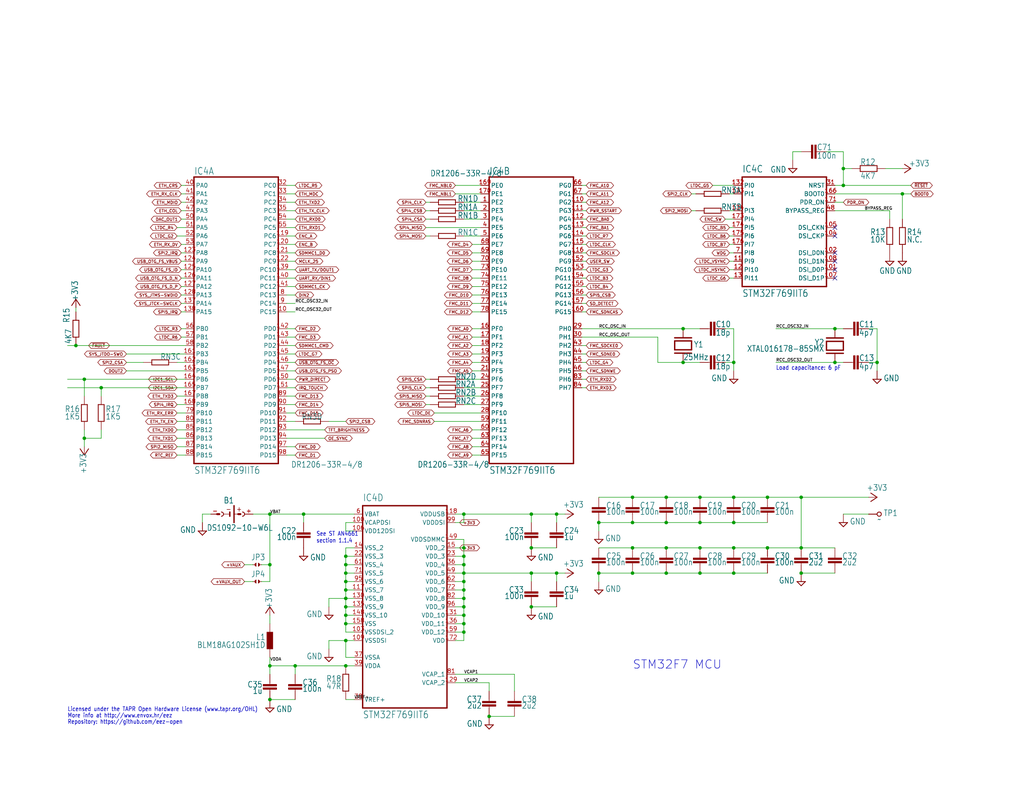
<source format=kicad_sch>
(kicad_sch (version 20230121) (generator eeschema)
  (paper "User" 308.407 241.452)
  (junction (at 104.14 200.66))
  (junction (at 139.7 182.88))
  (junction (at 160.02 182.88))
  (junction (at 139.7 165.1))
  (junction (at 81.28 200.66))
  (junction (at 139.7 187.96))
  (junction (at 200.66 165.1))
  (junction (at 139.7 177.8))
  (junction (at 391.16 81.28))
  (junction (at 104.14 180.34))
  (junction (at 251.46 99.06))
  (junction (at 139.7 167.64))
  (junction (at 88.9 200.66))
  (junction (at 370.84 88.9))
  (junction (at 167.64 172.72))
  (junction (at 231.14 165.1))
  (junction (at 200.66 149.86))
  (junction (at 205.74 99.06))
  (junction (at 205.74 109.22))
  (junction (at 167.64 154.94))
  (junction (at 104.14 167.64))
  (junction (at 190.5 165.1))
  (junction (at 139.7 172.72))
  (junction (at 220.98 109.22))
  (junction (at 147.32 215.9))
  (junction (at 210.82 172.72))
  (junction (at 368.3 86.36))
  (junction (at 104.14 172.72))
  (junction (at 160.02 154.94))
  (junction (at 139.7 154.94))
  (junction (at 210.82 165.1))
  (junction (at 190.5 149.86))
  (junction (at 139.7 170.18))
  (junction (at 81.28 170.18))
  (junction (at 104.14 182.88))
  (junction (at 220.98 172.72))
  (junction (at 332.74 58.42))
  (junction (at 160.02 165.1))
  (junction (at 104.14 177.8))
  (junction (at 180.34 172.72))
  (junction (at 391.16 71.12))
  (junction (at 231.14 149.86))
  (junction (at 254 55.88))
  (junction (at 254 50.8))
  (junction (at 190.5 157.48))
  (junction (at 241.3 172.72))
  (junction (at 251.46 109.22))
  (junction (at 180.34 157.48))
  (junction (at 104.14 187.96))
  (junction (at 220.98 149.86))
  (junction (at 210.82 149.86))
  (junction (at 104.14 193.04))
  (junction (at 210.82 157.48))
  (junction (at 271.78 58.42))
  (junction (at 365.76 96.52))
  (junction (at 104.14 170.18))
  (junction (at 22.86 104.14))
  (junction (at 139.7 175.26))
  (junction (at 241.3 165.1))
  (junction (at 30.48 116.84))
  (junction (at 332.74 66.04))
  (junction (at 241.3 149.86))
  (junction (at 25.4 114.3))
  (junction (at 139.7 190.5))
  (junction (at 25.4 132.08))
  (junction (at 220.98 165.1))
  (junction (at 264.16 109.22))
  (junction (at 190.5 172.72))
  (junction (at 200.66 157.48))
  (junction (at 81.28 154.94))
  (junction (at 81.28 210.82))
  (junction (at 139.7 180.34))
  (junction (at 200.66 172.72))
  (junction (at 160.02 172.72))
  (junction (at 104.14 175.26))
  (junction (at 91.44 154.94))
  (junction (at 220.98 157.48))
  (junction (at 363.22 93.98))
  (junction (at 104.14 185.42))
  (junction (at 139.7 185.42))
  (no_connect (at 251.46 81.28))
  (no_connect (at 251.46 71.12))
  (no_connect (at 251.46 83.82))
  (no_connect (at 251.46 76.2))
  (no_connect (at 251.46 78.74))
  (no_connect (at 251.46 68.58))
  (wire (pts (xy 22.86 104.14) (xy 55.88 104.14)))
  (wire (pts (xy 129.54 116.84) (xy 128.27 116.84)))
  (wire (pts (xy 137.16 172.72) (xy 139.7 172.72)))
  (wire (pts (xy 137.16 187.96) (xy 139.7 187.96)))
  (wire (pts (xy 55.88 127) (xy 53.34 127)))
  (wire (pts (xy 175.26 88.9) (xy 176.53 88.9)))
  (wire (pts (xy 345.44 96.52) (xy 327.66 96.52)))
  (wire (pts (xy 55.88 83.82) (xy 54.61 83.82)))
  (wire (pts (xy 55.88 78.74) (xy 54.61 78.74)))
  (wire (pts (xy 137.16 177.8) (xy 139.7 177.8)))
  (wire (pts (xy 54.61 86.36) (xy 55.88 86.36)))
  (wire (pts (xy 198.12 109.22) (xy 205.74 109.22)))
  (wire (pts (xy 86.36 104.14) (xy 88.9 104.14)))
  (wire (pts (xy 241.3 45.72) (xy 238.76 45.72)))
  (wire (pts (xy 393.7 86.36) (xy 368.3 86.36)))
  (wire (pts (xy 147.32 205.74) (xy 147.32 208.28)))
  (wire (pts (xy 142.24 83.82) (xy 144.78 83.82)))
  (wire (pts (xy 86.36 111.76) (xy 88.9 111.76)))
  (wire (pts (xy 144.78 55.88) (xy 137.16 55.88)))
  (wire (pts (xy 55.88 81.28) (xy 54.61 81.28)))
  (wire (pts (xy 86.36 86.36) (xy 88.9 86.36)))
  (wire (pts (xy 106.68 177.8) (xy 104.14 177.8)))
  (wire (pts (xy 142.24 132.08) (xy 144.78 132.08)))
  (wire (pts (xy 60.96 154.94) (xy 60.96 157.48)))
  (wire (pts (xy 99.06 127) (xy 104.14 127)))
  (wire (pts (xy 78.74 170.18) (xy 81.28 170.18)))
  (wire (pts (xy 30.48 129.54) (xy 30.48 132.08)))
  (wire (pts (xy 55.88 116.84) (xy 30.48 116.84)))
  (wire (pts (xy 88.9 210.82) (xy 81.28 210.82)))
  (wire (pts (xy 86.36 127) (xy 88.9 127)))
  (wire (pts (xy 86.36 106.68) (xy 88.9 106.68)))
  (wire (pts (xy 139.7 162.56) (xy 139.7 165.1)))
  (wire (pts (xy 86.36 58.42) (xy 88.9 58.42)))
  (wire (pts (xy 86.36 109.22) (xy 88.9 109.22)))
  (wire (pts (xy 55.88 129.54) (xy 53.34 129.54)))
  (wire (pts (xy 175.26 58.42) (xy 176.53 58.42)))
  (wire (pts (xy 137.16 185.42) (xy 139.7 185.42)))
  (wire (pts (xy 175.26 60.96) (xy 176.53 60.96)))
  (wire (pts (xy 345.44 86.36) (xy 327.66 86.36)))
  (wire (pts (xy 175.26 63.5) (xy 176.53 63.5)))
  (wire (pts (xy 175.26 101.6) (xy 198.12 101.6)))
  (wire (pts (xy 55.88 60.96) (xy 54.61 60.96)))
  (wire (pts (xy 129.54 119.38) (xy 128.27 119.38)))
  (wire (pts (xy 55.88 114.3) (xy 25.4 114.3)))
  (wire (pts (xy 139.7 172.72) (xy 139.7 175.26)))
  (wire (pts (xy 106.68 200.66) (xy 104.14 200.66)))
  (wire (pts (xy 175.26 104.14) (xy 176.53 104.14)))
  (wire (pts (xy 332.74 66.04) (xy 332.74 68.58)))
  (wire (pts (xy 129.54 71.12) (xy 128.27 71.12)))
  (wire (pts (xy 210.82 109.22) (xy 205.74 109.22)))
  (polyline (pts (xy 426.72 91.44) (xy 429.26 91.44)))
  (wire (pts (xy 137.16 180.34) (xy 139.7 180.34)))
  (wire (pts (xy 219.71 83.82) (xy 220.98 83.82)))
  (wire (pts (xy 53.34 137.16) (xy 55.88 137.16)))
  (wire (pts (xy 264.16 109.22) (xy 264.16 111.76)))
  (wire (pts (xy 139.7 177.8) (xy 139.7 180.34)))
  (wire (pts (xy 139.7 63.5) (xy 144.78 63.5)))
  (wire (pts (xy 86.36 101.6) (xy 88.9 101.6)))
  (wire (pts (xy 144.78 71.12) (xy 139.7 71.12)))
  (wire (pts (xy 190.5 172.72) (xy 180.34 172.72)))
  (wire (pts (xy 335.28 66.04) (xy 332.74 66.04)))
  (wire (pts (xy 160.02 172.72) (xy 160.02 175.26)))
  (wire (pts (xy 86.36 73.66) (xy 88.9 73.66)))
  (wire (pts (xy 106.68 185.42) (xy 104.14 185.42)))
  (wire (pts (xy 266.7 50.8) (xy 271.78 50.8)))
  (wire (pts (xy 386.08 71.12) (xy 391.16 71.12)))
  (wire (pts (xy 220.98 63.5) (xy 219.71 63.5)))
  (wire (pts (xy 55.88 106.68) (xy 38.1 106.68)))
  (wire (pts (xy 254 45.72) (xy 254 50.8)))
  (wire (pts (xy 104.14 167.64) (xy 104.14 170.18)))
  (wire (pts (xy 142.24 73.66) (xy 144.78 73.66)))
  (wire (pts (xy 128.27 66.04) (xy 129.54 66.04)))
  (wire (pts (xy 370.84 88.9) (xy 355.6 88.9)))
  (wire (pts (xy 104.14 165.1) (xy 104.14 167.64)))
  (wire (pts (xy 167.64 154.94) (xy 167.64 157.48)))
  (wire (pts (xy 363.22 93.98) (xy 327.66 93.98)))
  (wire (pts (xy 106.68 154.94) (xy 91.44 154.94)))
  (wire (pts (xy 139.7 175.26) (xy 139.7 177.8)))
  (wire (pts (xy 175.26 93.98) (xy 176.53 93.98)))
  (wire (pts (xy 137.16 165.1) (xy 139.7 165.1)))
  (wire (pts (xy 251.46 109.22) (xy 233.68 109.22)))
  (wire (pts (xy 86.36 99.06) (xy 88.9 99.06)))
  (wire (pts (xy 393.7 81.28) (xy 391.16 81.28)))
  (wire (pts (xy 175.26 111.76) (xy 176.53 111.76)))
  (wire (pts (xy 144.78 119.38) (xy 139.7 119.38)))
  (wire (pts (xy 154.94 203.2) (xy 154.94 208.28)))
  (wire (pts (xy 86.36 78.74) (xy 88.9 78.74)))
  (wire (pts (xy 142.24 129.54) (xy 144.78 129.54)))
  (wire (pts (xy 86.36 88.9) (xy 88.9 88.9)))
  (wire (pts (xy 370.84 58.42) (xy 370.84 88.9)))
  (wire (pts (xy 254 99.06) (xy 251.46 99.06)))
  (wire (pts (xy 190.5 157.48) (xy 180.34 157.48)))
  (wire (pts (xy 55.88 91.44) (xy 54.61 91.44)))
  (wire (pts (xy 231.14 165.1) (xy 241.3 165.1)))
  (wire (pts (xy 180.34 149.86) (xy 190.5 149.86)))
  (wire (pts (xy 144.78 68.58) (xy 128.27 68.58)))
  (wire (pts (xy 106.68 190.5) (xy 104.14 190.5)))
  (wire (pts (xy 142.24 111.76) (xy 144.78 111.76)))
  (wire (pts (xy 86.36 137.16) (xy 88.9 137.16)))
  (wire (pts (xy 55.88 121.92) (xy 53.34 121.92)))
  (wire (pts (xy 220.98 78.74) (xy 219.71 78.74)))
  (wire (pts (xy 86.36 60.96) (xy 88.9 60.96)))
  (wire (pts (xy 144.78 124.46) (xy 130.81 124.46)))
  (wire (pts (xy 175.26 78.74) (xy 176.53 78.74)))
  (wire (pts (xy 86.36 66.04) (xy 88.9 66.04)))
  (wire (pts (xy 167.64 172.72) (xy 170.18 172.72)))
  (wire (pts (xy 393.7 93.98) (xy 363.22 93.98)))
  (wire (pts (xy 104.14 170.18) (xy 104.14 172.72)))
  (wire (pts (xy 144.78 114.3) (xy 139.7 114.3)))
  (wire (pts (xy 200.66 172.72) (xy 190.5 172.72)))
  (wire (pts (xy 139.7 66.04) (xy 144.78 66.04)))
  (wire (pts (xy 363.22 66.04) (xy 363.22 93.98)))
  (wire (pts (xy 139.7 190.5) (xy 139.7 193.04)))
  (wire (pts (xy 139.7 180.34) (xy 139.7 182.88)))
  (wire (pts (xy 106.68 167.64) (xy 104.14 167.64)))
  (wire (pts (xy 81.28 200.66) (xy 81.28 198.12)))
  (wire (pts (xy 144.78 60.96) (xy 139.7 60.96)))
  (wire (pts (xy 170.18 154.94) (xy 167.64 154.94)))
  (wire (pts (xy 104.14 177.8) (xy 104.14 180.34)))
  (wire (pts (xy 241.3 165.1) (xy 251.46 165.1)))
  (wire (pts (xy 129.54 60.96) (xy 128.27 60.96)))
  (wire (pts (xy 139.7 182.88) (xy 139.7 185.42)))
  (wire (pts (xy 55.88 93.98) (xy 54.61 93.98)))
  (wire (pts (xy 81.28 175.26) (xy 81.28 170.18)))
  (wire (pts (xy 86.36 119.38) (xy 88.9 119.38)))
  (wire (pts (xy 220.98 66.04) (xy 218.44 66.04)))
  (wire (pts (xy 209.55 58.42) (xy 208.28 58.42)))
  (wire (pts (xy 142.24 76.2) (xy 144.78 76.2)))
  (wire (pts (xy 261.62 99.06) (xy 264.16 99.06)))
  (wire (pts (xy 63.5 154.94) (xy 60.96 154.94)))
  (wire (pts (xy 220.98 76.2) (xy 219.71 76.2)))
  (wire (pts (xy 20.32 104.14) (xy 22.86 104.14)))
  (wire (pts (xy 198.12 101.6) (xy 198.12 109.22)))
  (wire (pts (xy 86.36 134.62) (xy 88.9 134.62)))
  (wire (pts (xy 360.68 60.96) (xy 368.3 60.96)))
  (wire (pts (xy 139.7 157.48) (xy 139.7 154.94)))
  (wire (pts (xy 332.74 58.42) (xy 330.2 58.42)))
  (wire (pts (xy 86.36 81.28) (xy 88.9 81.28)))
  (wire (pts (xy 365.76 63.5) (xy 365.76 96.52)))
  (wire (pts (xy 142.24 88.9) (xy 144.78 88.9)))
  (wire (pts (xy 106.68 160.02) (xy 104.14 160.02)))
  (wire (pts (xy 360.68 66.04) (xy 363.22 66.04)))
  (wire (pts (xy 271.78 58.42) (xy 274.32 58.42)))
  (wire (pts (xy 175.26 106.68) (xy 176.53 106.68)))
  (wire (pts (xy 88.9 200.66) (xy 81.28 200.66)))
  (wire (pts (xy 175.26 91.44) (xy 176.53 91.44)))
  (wire (pts (xy 104.14 180.34) (xy 104.14 182.88)))
  (wire (pts (xy 365.76 96.52) (xy 355.6 96.52)))
  (wire (pts (xy 139.7 165.1) (xy 139.7 167.64)))
  (wire (pts (xy 81.28 170.18) (xy 81.28 154.94)))
  (wire (pts (xy 251.46 60.96) (xy 254 60.96)))
  (wire (pts (xy 104.14 198.12) (xy 104.14 193.04)))
  (wire (pts (xy 218.44 99.06) (xy 220.98 99.06)))
  (wire (pts (xy 86.36 71.12) (xy 88.9 71.12)))
  (wire (pts (xy 368.3 60.96) (xy 368.3 86.36)))
  (wire (pts (xy 106.68 175.26) (xy 104.14 175.26)))
  (wire (pts (xy 104.14 185.42) (xy 104.14 187.96)))
  (wire (pts (xy 22.86 93.98) (xy 22.86 92.71)))
  (wire (pts (xy 200.66 165.1) (xy 210.82 165.1)))
  (wire (pts (xy 241.3 165.1) (xy 241.3 149.86)))
  (wire (pts (xy 220.98 165.1) (xy 231.14 165.1)))
  (wire (pts (xy 267.97 63.5) (xy 267.97 66.04)))
  (wire (pts (xy 25.4 134.62) (xy 25.4 132.08)))
  (wire (pts (xy 86.36 63.5) (xy 88.9 63.5)))
  (wire (pts (xy 180.34 175.26) (xy 180.34 172.72)))
  (wire (pts (xy 53.34 71.12) (xy 55.88 71.12)))
  (wire (pts (xy 137.16 170.18) (xy 139.7 170.18)))
  (wire (pts (xy 106.68 182.88) (xy 104.14 182.88)))
  (wire (pts (xy 175.26 68.58) (xy 176.53 68.58)))
  (wire (pts (xy 190.5 149.86) (xy 200.66 149.86)))
  (wire (pts (xy 137.16 203.2) (xy 154.94 203.2)))
  (wire (pts (xy 81.28 185.42) (xy 81.28 187.96)))
  (wire (pts (xy 76.2 154.94) (xy 81.28 154.94)))
  (wire (pts (xy 55.88 132.08) (xy 53.34 132.08)))
  (wire (pts (xy 167.64 165.1) (xy 160.02 165.1)))
  (wire (pts (xy 261.62 149.86) (xy 241.3 149.86)))
  (wire (pts (xy 200.66 149.86) (xy 210.82 149.86)))
  (wire (pts (xy 106.68 180.34) (xy 104.14 180.34)))
  (wire (pts (xy 139.7 170.18) (xy 139.7 172.72)))
  (wire (pts (xy 175.26 71.12) (xy 176.53 71.12)))
  (wire (pts (xy 210.82 99.06) (xy 205.74 99.06)))
  (wire (pts (xy 86.36 116.84) (xy 88.9 116.84)))
  (wire (pts (xy 129.54 114.3) (xy 128.27 114.3)))
  (wire (pts (xy 368.3 86.36) (xy 355.6 86.36)))
  (wire (pts (xy 78.74 175.26) (xy 81.28 175.26)))
  (wire (pts (xy 220.98 172.72) (xy 210.82 172.72)))
  (wire (pts (xy 86.36 91.44) (xy 88.9 91.44)))
  (wire (pts (xy 254 55.88) (xy 251.46 55.88)))
  (wire (pts (xy 30.48 132.08) (xy 25.4 132.08)))
  (wire (pts (xy 86.36 55.88) (xy 88.9 55.88)))
  (wire (pts (xy 142.24 78.74) (xy 144.78 78.74)))
  (wire (pts (xy 175.26 76.2) (xy 176.53 76.2)))
  (wire (pts (xy 360.68 58.42) (xy 370.84 58.42)))
  (wire (pts (xy 251.46 58.42) (xy 271.78 58.42)))
  (wire (pts (xy 137.16 190.5) (xy 139.7 190.5)))
  (wire (pts (xy 251.46 63.5) (xy 267.97 63.5)))
  (wire (pts (xy 30.48 116.84) (xy 30.48 119.38)))
  (wire (pts (xy 393.7 71.12) (xy 391.16 71.12)))
  (wire (pts (xy 25.4 114.3) (xy 20.32 114.3)))
  (wire (pts (xy 53.34 68.58) (xy 55.88 68.58)))
  (wire (pts (xy 55.88 119.38) (xy 53.34 119.38)))
  (wire (pts (xy 81.28 203.2) (xy 81.28 200.66)))
  (wire (pts (xy 254 154.94) (xy 261.62 154.94)))
  (wire (pts (xy 261.62 109.22) (xy 264.16 109.22)))
  (wire (pts (xy 106.68 193.04) (xy 104.14 193.04)))
  (wire (pts (xy 86.36 114.3) (xy 88.9 114.3)))
  (wire (pts (xy 238.76 45.72) (xy 238.76 48.26)))
  (wire (pts (xy 335.28 58.42) (xy 332.74 58.42)))
  (wire (pts (xy 86.36 121.92) (xy 88.9 121.92)))
  (wire (pts (xy 137.16 205.74) (xy 147.32 205.74)))
  (wire (pts (xy 220.98 109.22) (xy 220.98 111.76)))
  (wire (pts (xy 139.7 154.94) (xy 160.02 154.94)))
  (wire (pts (xy 106.68 170.18) (xy 104.14 170.18)))
  (wire (pts (xy 393.7 96.52) (xy 365.76 96.52)))
  (wire (pts (xy 175.26 81.28) (xy 176.53 81.28)))
  (wire (pts (xy 104.14 193.04) (xy 99.06 193.04)))
  (wire (pts (xy 180.34 165.1) (xy 190.5 165.1)))
  (wire (pts (xy 210.82 165.1) (xy 220.98 165.1)))
  (wire (pts (xy 137.16 162.56) (xy 139.7 162.56)))
  (wire (pts (xy 218.44 109.22) (xy 220.98 109.22)))
  (wire (pts (xy 345.44 88.9) (xy 327.66 88.9)))
  (wire (pts (xy 139.7 185.42) (xy 139.7 187.96)))
  (wire (pts (xy 220.98 81.28) (xy 219.71 81.28)))
  (wire (pts (xy 55.88 111.76) (xy 38.1 111.76)))
  (wire (pts (xy 76.2 170.18) (xy 73.66 170.18)))
  (wire (pts (xy 271.78 58.42) (xy 271.78 66.04)))
  (wire (pts (xy 154.94 215.9) (xy 147.32 215.9)))
  (wire (pts (xy 137.16 157.48) (xy 139.7 157.48)))
  (wire (pts (xy 91.44 157.48) (xy 91.44 154.94)))
  (wire (pts (xy 91.44 154.94) (xy 81.28 154.94)))
  (wire (pts (xy 360.68 63.5) (xy 365.76 63.5)))
  (wire (pts (xy 160.02 154.94) (xy 160.02 157.48)))
  (wire (pts (xy 99.06 180.34) (xy 99.06 182.88)))
  (wire (pts (xy 210.82 149.86) (xy 220.98 149.86)))
  (wire (pts (xy 167.64 182.88) (xy 160.02 182.88)))
  (wire (pts (xy 144.78 58.42) (xy 137.16 58.42)))
  (wire (pts (xy 104.14 160.02) (xy 104.14 157.48)))
  (wire (pts (xy 142.24 93.98) (xy 144.78 93.98)))
  (wire (pts (xy 139.7 193.04) (xy 137.16 193.04)))
  (wire (pts (xy 137.16 154.94) (xy 139.7 154.94)))
  (wire (pts (xy 142.24 104.14) (xy 144.78 104.14)))
  (wire (pts (xy 167.64 175.26) (xy 167.64 172.72)))
  (wire (pts (xy 30.48 116.84) (xy 20.32 116.84)))
  (wire (pts (xy 251.46 172.72) (xy 241.3 172.72)))
  (wire (pts (xy 264.16 99.06) (xy 264.16 109.22)))
  (wire (pts (xy 55.88 73.66) (xy 54.61 73.66)))
  (wire (pts (xy 139.7 167.64) (xy 139.7 170.18)))
  (wire (pts (xy 383.54 71.12) (xy 381 71.12)))
  (wire (pts (xy 220.98 157.48) (xy 210.82 157.48)))
  (wire (pts (xy 54.61 101.6) (xy 55.88 101.6)))
  (wire (pts (xy 129.54 121.92) (xy 128.27 121.92)))
  (wire (pts (xy 220.98 58.42) (xy 219.71 58.42)))
  (wire (pts (xy 393.7 88.9) (xy 370.84 88.9)))
  (wire (pts (xy 104.14 200.66) (xy 88.9 200.66)))
  (wire (pts (xy 55.88 109.22) (xy 53.34 109.22)))
  (wire (pts (xy 86.36 124.46) (xy 88.9 124.46)))
  (wire (pts (xy 99.06 193.04) (xy 99.06 195.58)))
  (wire (pts (xy 251.46 99.06) (xy 233.68 99.06)))
  (wire (pts (xy 86.36 68.58) (xy 88.9 68.58)))
  (wire (pts (xy 231.14 172.72) (xy 220.98 172.72)))
  (wire (pts (xy 219.71 68.58) (xy 220.98 68.58)))
  (wire (pts (xy 55.88 58.42) (xy 54.61 58.42)))
  (wire (pts (xy 106.68 210.82) (xy 104.14 210.82)))
  (wire (pts (xy 241.3 149.86) (xy 231.14 149.86)))
  (wire (pts (xy 231.14 157.48) (xy 220.98 157.48)))
  (polyline (pts (xy 426.72 91.44) (xy 426.72 76.2)))
  (wire (pts (xy 104.14 182.88) (xy 104.14 185.42)))
  (wire (pts (xy 190.5 165.1) (xy 200.66 165.1)))
  (wire (pts (xy 175.26 66.04) (xy 176.53 66.04)))
  (wire (pts (xy 160.02 172.72) (xy 139.7 172.72)))
  (wire (pts (xy 175.26 114.3) (xy 176.53 114.3)))
  (wire (pts (xy 144.78 127) (xy 130.81 127)))
  (wire (pts (xy 137.16 175.26) (xy 139.7 175.26)))
  (wire (pts (xy 104.14 187.96) (xy 106.68 187.96)))
  (wire (pts (xy 214.63 55.88) (xy 220.98 55.88)))
  (wire (pts (xy 254 109.22) (xy 251.46 109.22)))
  (wire (pts (xy 142.24 101.6) (xy 144.78 101.6)))
  (wire (pts (xy 54.61 99.06) (xy 55.88 99.06)))
  (wire (pts (xy 144.78 116.84) (xy 139.7 116.84)))
  (wire (pts (xy 25.4 119.38) (xy 25.4 114.3)))
  (wire (pts (xy 142.24 91.44) (xy 144.78 91.44)))
  (wire (pts (xy 104.14 172.72) (xy 104.14 175.26)))
  (wire (pts (xy 106.68 165.1) (xy 104.14 165.1)))
  (wire (pts (xy 25.4 132.08) (xy 25.4 129.54)))
  (wire (pts (xy 220.98 99.06) (xy 220.98 109.22)))
  (wire (pts (xy 86.36 132.08) (xy 97.79 132.08)))
  (wire (pts (xy 55.88 124.46) (xy 53.34 124.46)))
  (wire (pts (xy 106.68 198.12) (xy 104.14 198.12)))
  (wire (pts (xy 142.24 109.22) (xy 144.78 109.22)))
  (wire (pts (xy 104.14 175.26) (xy 104.14 177.8)))
  (wire (pts (xy 254 50.8) (xy 254 55.88)))
  (wire (pts (xy 142.24 81.28) (xy 144.78 81.28)))
  (wire (pts (xy 86.36 76.2) (xy 88.9 76.2)))
  (wire (pts (xy 180.34 160.02) (xy 180.34 157.48)))
  (wire (pts (xy 142.24 106.68) (xy 144.78 106.68)))
  (wire (pts (xy 137.16 167.64) (xy 139.7 167.64)))
  (wire (pts (xy 142.24 86.36) (xy 144.78 86.36)))
  (wire (pts (xy 104.14 190.5) (xy 104.14 187.96)))
  (wire (pts (xy 86.36 93.98) (xy 88.9 93.98)))
  (wire (pts (xy 76.2 175.26) (xy 73.66 175.26)))
  (wire (pts (xy 55.88 76.2) (xy 54.61 76.2)))
  (wire (pts (xy 88.9 203.2) (xy 88.9 200.66)))
  (wire (pts (xy 175.26 86.36) (xy 176.53 86.36)))
  (wire (pts (xy 55.88 88.9) (xy 54.61 88.9)))
  (wire (pts (xy 142.24 99.06) (xy 144.78 99.06)))
  (wire (pts (xy 175.26 55.88) (xy 176.53 55.88)))
  (wire (pts (xy 210.82 157.48) (xy 200.66 157.48)))
  (wire (pts (xy 106.68 172.72) (xy 104.14 172.72)))
  (wire (pts (xy 128.27 63.5) (xy 129.54 63.5)))
  (wire (pts (xy 55.88 66.04) (xy 54.61 66.04)))
  (wire (pts (xy 231.14 149.86) (xy 220.98 149.86)))
  (wire (pts (xy 175.26 83.82) (xy 176.53 83.82)))
  (wire (pts (xy 167.64 172.72) (xy 160.02 172.72)))
  (wire (pts (xy 219.71 71.12) (xy 220.98 71.12)))
  (wire (pts (xy 142.24 134.62) (xy 144.78 134.62)))
  (wire (pts (xy 200.66 157.48) (xy 190.5 157.48)))
  (wire (pts (xy 86.36 83.82) (xy 88.9 83.82)))
  (wire (pts (xy 55.88 63.5) (xy 54.61 63.5)))
  (wire (pts (xy 55.88 55.88) (xy 54.61 55.88)))
  (wire (pts (xy 160.02 154.94) (xy 167.64 154.94)))
  (wire (pts (xy 175.26 99.06) (xy 205.74 99.06)))
  (wire (pts (xy 175.26 73.66) (xy 176.53 73.66)))
  (wire (pts (xy 274.32 55.88) (xy 254 55.88)))
  (polyline (pts (xy 426.72 76.2) (xy 429.26 76.2)))
  (wire (pts (xy 137.16 182.88) (xy 139.7 182.88)))
  (wire (pts (xy 139.7 187.96) (xy 139.7 190.5)))
  (wire (pts (xy 43.18 109.22) (xy 38.1 109.22)))
  (wire (pts (xy 175.26 109.22) (xy 176.53 109.22)))
  (wire (pts (xy 256.54 50.8) (xy 254 50.8)))
  (wire (pts (xy 219.71 73.66) (xy 220.98 73.66)))
  (wire (pts (xy 106.68 157.48) (xy 104.14 157.48)))
  (polyline (pts (xy 429.26 91.44) (xy 429.26 76.2)))
  (wire (pts (xy 142.24 137.16) (xy 144.78 137.16)))
  (wire (pts (xy 104.14 180.34) (xy 99.06 180.34)))
  (wire (pts (xy 248.92 45.72) (xy 254 45.72)))
  (wire (pts (xy 55.88 134.62) (xy 53.34 134.62)))
  (wire (pts (xy 144.78 121.92) (xy 139.7 121.92)))
  (wire (pts (xy 210.82 172.72) (xy 200.66 172.72)))
  (wire (pts (xy 209.55 63.5) (xy 208.28 63.5)))
  (wire (pts (xy 86.36 129.54) (xy 97.79 129.54)))
  (wire (pts (xy 175.26 116.84) (xy 176.53 116.84)))
  (text "See ST AN4661\nsection 1.1.4" (at 95.25 163.83 0) (effects (font (size 1.27 1.0795)) (justify left bottom)))
  (text "Licensed under the TAPR Open Hardware License (www.tapr.org/OHL)" (at 20.32 214.63 0) (effects (font (size 1.27 1.0795)) (justify left bottom)))
  (text "JTAG/SWD (optional)" (at 312.42 48.26 0) (effects (font (size 1.778 1.5113)) (justify left bottom)))
  (text "STM-32 board SWD header" (at 408.94 74.295 0) (effects (font (size 2.1844 1.8567)) (justify left bottom)))
  (text "Repository: https://github.com/eez-open" (at 20.32 218.44 0) (effects (font (size 1.27 1.0795)) (justify left bottom)))
  (text "More info at http://www.envox.hr/eez" (at 20.32 216.535 0) (effects (font (size 1.27 1.0795)) (justify left bottom)))
  (text "SWDIO 4" (at 425.45 84.455 0) (effects (font (size 1.4224 1.209)) (justify right bottom)))
  (text "SWO 6" (at 425.45 89.535 0) (effects (font (size 1.4224 1.209)) (justify right bottom)))
  (text "STM32F7 MCU" (at 190.5 201.93 0) (effects (font (size 2.54 2.54)) (justify left bottom)))
  (text "SWCLK 2" (at 425.45 79.375 0) (effects (font (size 1.4224 1.209)) (justify right bottom)))
  (text "NRST 5" (at 425.45 86.995 0) (effects (font (size 1.4224 1.209)) (justify right bottom)))
  (text "Gnd 3" (at 425.45 81.915 0) (effects (font (size 1.4224 1.209)) (justify right bottom)))
  (text "Vdd target 1" (at 425.45 76.835 0) (effects (font (size 1.4224 1.209)) (justify right bottom)))
  (text "Load capacitance: 6 pF" (at 233.68 111.76 0) (effects (font (size 1.27 1.0795)) (justify left bottom)))
  (label "RCC_OSC32_IN" (at 88.9 91.44 0) (effects (font (size 0.889 0.889))))
  (label "RCC_OSC32_OUT" (at 233.68 109.22 0) (effects (font (size 0.889 0.889))))
  (label "RCC_OSC_IN" (at 180.34 99.06 0) (effects (font (size 0.889 0.889))))
  (label "RCC_OSC32_IN" (at 233.68 99.06 0) (effects (font (size 0.889 0.889))))
  (label "VREF+" (at 106.68 210.82 0) (effects (font (size 0.889 0.889))))
  (label "RCC_OSC32_OUT" (at 88.9 93.98 0) (effects (font (size 0.889 0.889))))
  (label "TCK" (at 370.84 88.9 0) (effects (font (size 0.889 0.889))))
  (label "VBAT" (at 81.28 154.94 0) (effects (font (size 0.889 0.889))))
  (label "RCC_OSC_OUT" (at 180.34 101.6 0) (effects (font (size 0.889 0.889))))
  (label "BYPASS_REG" (at 260.35 63.5 0) (effects (font (size 0.889 0.889))))
  (label "VCAP2" (at 139.7 205.74 0) (effects (font (size 0.889 0.889))))
  (label "TMS" (at 381 86.36 0) (effects (font (size 0.889 0.889))))
  (label "VCAP1" (at 139.7 203.2 0) (effects (font (size 0.889 0.889))))
  (label "VDDA" (at 81.28 199.39 0) (effects (font (size 0.889 0.889))))
  (global_label "SPI5_MISO" (shape bidirectional) (at 128.27 119.38 180) (effects (font (size 0.889 0.889))) (property "Intersheetrefs" "${INTERSHEET_REFS}" (effects hide)))
  (global_label "FMC_NBL1" (shape bidirectional) (at 137.16 58.42 180) (effects (font (size 0.889 0.889))) (property "Intersheetrefs" "${INTERSHEET_REFS}" (effects hide)))
  (global_label "FMC_A9" (shape bidirectional) (at 142.24 137.16 180) (effects (font (size 0.889 0.889))) (property "Intersheetrefs" "${INTERSHEET_REFS}" (effects hide)))
  (global_label "~{USB_OTG_FS_OC}" (shape bidirectional) (at 88.9 109.22 0) (effects (font (size 0.889 0.889))) (property "Intersheetrefs" "${INTERSHEET_REFS}" (effects hide)))
  (global_label "LTDC_R5" (shape bidirectional) (at 88.9 55.88 0) (effects (font (size 0.889 0.889))) (property "Intersheetrefs" "${INTERSHEET_REFS}" (effects hide)))
  (global_label "~{RESET}" (shape bidirectional) (at 327.66 96.52 180) (effects (font (size 0.889 0.889))) (property "Intersheetrefs" "${INTERSHEET_REFS}" (effects hide)))
  (global_label "LTDC_R3" (shape bidirectional) (at 54.61 99.06 180) (effects (font (size 0.889 0.889))) (property "Intersheetrefs" "${INTERSHEET_REFS}" (effects hide)))
  (global_label "FMC_D1" (shape bidirectional) (at 88.9 137.16 0) (effects (font (size 0.889 0.889))) (property "Intersheetrefs" "${INTERSHEET_REFS}" (effects hide)))
  (global_label "~{FAULT}" (shape bidirectional) (at 26.67 104.14 0) (effects (font (size 0.889 0.889))) (property "Intersheetrefs" "${INTERSHEET_REFS}" (effects hide)))
  (global_label "FMC_SDNE0" (shape bidirectional) (at 176.53 106.68 0) (effects (font (size 0.889 0.889))) (property "Intersheetrefs" "${INTERSHEET_REFS}" (effects hide)))
  (global_label "WDG" (shape bidirectional) (at 219.71 76.2 180) (effects (font (size 0.889 0.889))) (property "Intersheetrefs" "${INTERSHEET_REFS}" (effects hide)))
  (global_label "FMC_A7" (shape bidirectional) (at 142.24 132.08 180) (effects (font (size 0.889 0.889))) (property "Intersheetrefs" "${INTERSHEET_REFS}" (effects hide)))
  (global_label "FMC_A4" (shape bidirectional) (at 142.24 109.22 180) (effects (font (size 0.889 0.889))) (property "Intersheetrefs" "${INTERSHEET_REFS}" (effects hide)))
  (global_label "FMC_A6" (shape bidirectional) (at 142.24 129.54 180) (effects (font (size 0.889 0.889))) (property "Intersheetrefs" "${INTERSHEET_REFS}" (effects hide)))
  (global_label "LTDC_DE" (shape bidirectional) (at 130.81 124.46 180) (effects (font (size 0.889 0.889))) (property "Intersheetrefs" "${INTERSHEET_REFS}" (effects hide)))
  (global_label "FMC_D12" (shape bidirectional) (at 142.24 93.98 180) (effects (font (size 0.889 0.889))) (property "Intersheetrefs" "${INTERSHEET_REFS}" (effects hide)))
  (global_label "SYS_JTMS-SWDIO" (shape bidirectional) (at 327.66 86.36 180) (effects (font (size 0.889 0.889))) (property "Intersheetrefs" "${INTERSHEET_REFS}" (effects hide)))
  (global_label "USB_OTG_FS_VBUS" (shape bidirectional) (at 54.61 78.74 180) (effects (font (size 0.889 0.889))) (property "Intersheetrefs" "${INTERSHEET_REFS}" (effects hide)))
  (global_label "LTDC_B3" (shape bidirectional) (at 176.53 83.82 0) (effects (font (size 0.889 0.889))) (property "Intersheetrefs" "${INTERSHEET_REFS}" (effects hide)))
  (global_label "FMC_D14" (shape bidirectional) (at 88.9 121.92 0) (effects (font (size 0.889 0.889))) (property "Intersheetrefs" "${INTERSHEET_REFS}" (effects hide)))
  (global_label "RTC_REF" (shape bidirectional) (at 53.34 137.16 180) (effects (font (size 0.889 0.889))) (property "Intersheetrefs" "${INTERSHEET_REFS}" (effects hide)))
  (global_label "+3V3" (shape bidirectional) (at 138.43 165.1 0) (effects (font (size 0.889 0.889))) (property "Intersheetrefs" "${INTERSHEET_REFS}" (effects hide)))
  (global_label "UART_TX/DOUT1" (shape bidirectional) (at 88.9 81.28 0) (effects (font (size 0.889 0.889))) (property "Intersheetrefs" "${INTERSHEET_REFS}" (effects hide)))
  (global_label "USB_OTG_FS_ID" (shape bidirectional) (at 54.61 81.28 180) (effects (font (size 0.889 0.889))) (property "Intersheetrefs" "${INTERSHEET_REFS}" (effects hide)))
  (global_label "FMC_D6" (shape bidirectional) (at 142.24 78.74 180) (effects (font (size 0.889 0.889))) (property "Intersheetrefs" "${INTERSHEET_REFS}" (effects hide)))
  (global_label "+VAUX_OUT" (shape bidirectional) (at 73.66 175.26 180) (effects (font (size 0.889 0.889))) (property "Intersheetrefs" "${INTERSHEET_REFS}" (effects hide)))
  (global_label "ETH_TXD1" (shape bidirectional) (at 53.34 132.08 180) (effects (font (size 0.889 0.889))) (property "Intersheetrefs" "${INTERSHEET_REFS}" (effects hide)))
  (global_label "LTDC_R4" (shape bidirectional) (at 53.34 68.58 180) (effects (font (size 0.889 0.889))) (property "Intersheetrefs" "${INTERSHEET_REFS}" (effects hide)))
  (global_label "SPI2_MOSI" (shape bidirectional) (at 208.28 63.5 180) (effects (font (size 0.889 0.889))) (property "Intersheetrefs" "${INTERSHEET_REFS}" (effects hide)))
  (global_label "FMC_A10" (shape bidirectional) (at 176.53 55.88 0) (effects (font (size 0.889 0.889))) (property "Intersheetrefs" "${INTERSHEET_REFS}" (effects hide)))
  (global_label "BOOT0" (shape bidirectional) (at 274.32 58.42 0) (effects (font (size 0.889 0.889))) (property "Intersheetrefs" "${INTERSHEET_REFS}" (effects hide)))
  (global_label "FMC_D4" (shape bidirectional) (at 142.24 73.66 180) (effects (font (size 0.889 0.889))) (property "Intersheetrefs" "${INTERSHEET_REFS}" (effects hide)))
  (global_label "FMC_A0" (shape bidirectional) (at 142.24 99.06 180) (effects (font (size 0.889 0.889))) (property "Intersheetrefs" "${INTERSHEET_REFS}" (effects hide)))
  (global_label "ETH_TXD0" (shape bidirectional) (at 53.34 129.54 180) (effects (font (size 0.889 0.889))) (property "Intersheetrefs" "${INTERSHEET_REFS}" (effects hide)))
  (global_label "FMC_A8" (shape bidirectional) (at 142.24 134.62 180) (effects (font (size 0.889 0.889))) (property "Intersheetrefs" "${INTERSHEET_REFS}" (effects hide)))
  (global_label "SPI2_CSB" (shape bidirectional) (at 104.14 127 0) (effects (font (size 0.889 0.889))) (property "Intersheetrefs" "${INTERSHEET_REFS}" (effects hide)))
  (global_label "FMC_D10" (shape bidirectional) (at 142.24 88.9 180) (effects (font (size 0.889 0.889))) (property "Intersheetrefs" "${INTERSHEET_REFS}" (effects hide)))
  (global_label "LTDC_R6" (shape bidirectional) (at 54.61 101.6 180) (effects (font (size 0.889 0.889))) (property "Intersheetrefs" "${INTERSHEET_REFS}" (effects hide)))
  (global_label "PWR_SSTART" (shape bidirectional) (at 176.53 63.5 0) (effects (font (size 0.889 0.889))) (property "Intersheetrefs" "${INTERSHEET_REFS}" (effects hide)))
  (global_label "FMC_NBL0" (shape bidirectional) (at 137.16 55.88 180) (effects (font (size 0.889 0.889))) (property "Intersheetrefs" "${INTERSHEET_REFS}" (effects hide)))
  (global_label "SPI2_CSA" (shape bidirectional) (at 38.1 109.22 180) (effects (font (size 0.889 0.889))) (property "Intersheetrefs" "${INTERSHEET_REFS}" (effects hide)))
  (global_label "USB_OTG_FS_PSO" (shape bidirectional) (at 88.9 111.76 0) (effects (font (size 0.889 0.889))) (property "Intersheetrefs" "${INTERSHEET_REFS}" (effects hide)))
  (global_label "+3V3" (shape bidirectional) (at 138.43 157.48 0) (effects (font (size 0.889 0.889))) (property "Intersheetrefs" "${INTERSHEET_REFS}" (effects hide)))
  (global_label "FMC_D2" (shape bidirectional) (at 88.9 99.06 0) (effects (font (size 0.889 0.889))) (property "Intersheetrefs" "${INTERSHEET_REFS}" (effects hide)))
  (global_label "SYS_JTMS-SWDIO" (shape bidirectional) (at 54.61 88.9 180) (effects (font (size 0.889 0.889))) (property "Intersheetrefs" "${INTERSHEET_REFS}" (effects hide)))
  (global_label "ETH_TX_EN" (shape bidirectional) (at 53.34 127 180) (effects (font (size 0.889 0.889))) (property "Intersheetrefs" "${INTERSHEET_REFS}" (effects hide)))
  (global_label "ETH_RXD3" (shape bidirectional) (at 176.53 116.84 0) (effects (font (size 0.889 0.889))) (property "Intersheetrefs" "${INTERSHEET_REFS}" (effects hide)))
  (global_label "LTDC_VSYNC" (shape bidirectional) (at 219.71 78.74 180) (effects (font (size 0.889 0.889))) (property "Intersheetrefs" "${INTERSHEET_REFS}" (effects hide)))
  (global_label "USB_OTG_FS_D_P" (shape bidirectional) (at 54.61 86.36 180) (effects (font (size 0.889 0.889))) (property "Intersheetrefs" "${INTERSHEET_REFS}" (effects hide)))
  (global_label "ETH_RXD0" (shape bidirectional) (at 88.9 66.04 0) (effects (font (size 0.889 0.889))) (property "Intersheetrefs" "${INTERSHEET_REFS}" (effects hide)))
  (global_label "FMC_A2" (shape bidirectional) (at 142.24 104.14 180) (effects (font (size 0.889 0.889))) (property "Intersheetrefs" "${INTERSHEET_REFS}" (effects hide)))
  (global_label "LTDC_G5" (shape bidirectional) (at 214.63 55.88 180) (effects (font (size 0.889 0.889))) (property "Intersheetrefs" "${INTERSHEET_REFS}" (effects hide)))
  (global_label "SPI2_IRQ" (shape bidirectional) (at 54.61 76.2 180) (effects (font (size 0.889 0.889))) (property "Intersheetrefs" "${INTERSHEET_REFS}" (effects hide)))
  (global_label "ETH_RX_DV" (shape bidirectional) (at 54.61 73.66 180) (effects (font (size 0.889 0.889))) (property "Intersheetrefs" "${INTERSHEET_REFS}" (effects hide)))
  (global_label "FMC_SDCKE0" (shape bidirectional) (at 176.53 104.14 0) (effects (font (size 0.889 0.889))) (property "Intersheetrefs" "${INTERSHEET_REFS}" (effects hide)))
  (global_label "LTDC_R7" (shape bidirectional) (at 176.53 71.12 0) (effects (font (size 0.889 0.889))) (property "Intersheetrefs" "${INTERSHEET_REFS}" (effects hide)))
  (global_label "SPI4_MISO" (shape bidirectional) (at 128.27 68.58 180) (effects (font (size 0.889 0.889))) (property "Intersheetrefs" "${INTERSHEET_REFS}" (effects hide)))
  (global_label "USER_SW" (shape bidirectional) (at 176.53 78.74 0) (effects (font (size 0.889 0.889))) (property "Intersheetrefs" "${INTERSHEET_REFS}" (effects hide)))
  (global_label "TFT_BRIGHTNESS" (shape bidirectional) (at 97.79 129.54 0) (effects (font (size 0.889 0.889))) (property "Intersheetrefs" "${INTERSHEET_REFS}" (effects hide)))
  (global_label "SD_DETECT" (shape bidirectional) (at 176.53 91.44 0) (effects (font (size 0.889 0.889))) (property "Intersheetrefs" "${INTERSHEET_REFS}" (effects hide)))
  (global_label "DOUT2" (shape bidirectional) (at 38.1 111.76 180) (effects (font (size 0.889 0.889))) (property "Intersheetrefs" "${INTERSHEET_REFS}" (effects hide)))
  (global_label "FMC_D7" (shape bidirectional) (at 142.24 81.28 180) (effects (font (size 0.889 0.889))) (property "Intersheetrefs" "${INTERSHEET_REFS}" (effects hide)))
  (global_label "SPI4_CSB" (shape bidirectional) (at 128.27 63.5 180) (effects (font (size 0.889 0.889))) (property "Intersheetrefs" "${INTERSHEET_REFS}" (effects hide)))
  (global_label "SDMMC1_D0" (shape bidirectional) (at 88.9 76.2 0) (effects (font (size 0.889 0.889))) (property "Intersheetrefs" "${INTERSHEET_REFS}" (effects hide)))
  (global_label "FMC_A1" (shape bidirectional) (at 142.24 101.6 180) (effects (font (size 0.889 0.889))) (property "Intersheetrefs" "${INTERSHEET_REFS}" (effects hide)))
  (global_label "FMC_D13" (shape bidirectional) (at 88.9 119.38 0) (effects (font (size 0.889 0.889))) (property "Intersheetrefs" "${INTERSHEET_REFS}" (effects hide)))
  (global_label "SPI5_CSB" (shape bidirectional) (at 176.53 88.9 0) (effects (font (size 0.889 0.889))) (property "Intersheetrefs" "${INTERSHEET_REFS}" (effects hide)))
  (global_label "USB_OTG_FS_D_N" (shape bidirectional) (at 54.61 83.82 180) (effects (font (size 0.889 0.889))) (property "Intersheetrefs" "${INTERSHEET_REFS}" (effects hide)))
  (global_label "SPI4_MOSI" (shape bidirectional) (at 128.27 71.12 180) (effects (font (size 0.889 0.889))) (property "Intersheetrefs" "${INTERSHEET_REFS}" (effects hide)))
  (global_label "FMC_BA0" (shape bidirectional) (at 176.53 66.04 0) (effects (font (size 0.889 0.889))) (property "Intersheetrefs" "${INTERSHEET_REFS}" (effects hide)))
  (global_label "SPI5_CSA" (shape bidirectional) (at 128.27 114.3 180) (effects (font (size 0.889 0.889))) (property "Intersheetrefs" "${INTERSHEET_REFS}" (effects hide)))
  (global_label "PDR_ON" (shape bidirectional) (at 254 60.96 0) (effects (font (size 0.889 0.889))) (property "Intersheetrefs" "${INTERSHEET_REFS}" (effects hide)))
  (global_label "SYS_JTDO-SWO" (shape bidirectional) (at 38.1 106.68 180) (effects (font (size 0.889 0.889))) (property "Intersheetrefs" "${INTERSHEET_REFS}" (effects hide)))
  (global_label "LTDC_G4" (shape bidirectional) (at 176.53 109.22 0) (effects (font (size 0.889 0.889))) (property "Intersheetrefs" "${INTERSHEET_REFS}" (effects hide)))
  (global_label "SPI4_CLK" (shape bidirectional) (at 128.27 60.96 180) (effects (font (size 0.889 0.889))) (property "Intersheetrefs" "${INTERSHEET_REFS}" (effects hide)))
  (global_label "FMC_D9" (shape bidirectional) (at 142.24 86.36 180) (effects (font (size 0.889 0.889))) (property "Intersheetrefs" "${INTERSHEET_REFS}" (effects hide)))
  (global_label "FMC_A11" (shape bidirectional) (at 176.53 58.42 0) (effects (font (size 0.889 0.889))) (property "Intersheetrefs" "${INTERSHEET_REFS}" (effects hide)))
  (global_label "FMC_SDNCAS" (shape bidirectional) (at 176.53 93.98 0) (effects (font (size 0.889 0.889))) (property "Intersheetrefs" "${INTERSHEET_REFS}" (effects hide)))
  (global_label "SYS_JTCK-SWCLK" (shape bidirectional) (at 54.61 91.44 180) (effects (font (size 0.889 0.889))) (property "Intersheetrefs" "${INTERSHEET_REFS}" (effects hide)))
  (global_label "LTDC_B6" (shape bidirectional) (at 219.71 71.12 180) (effects (font (size 0.889 0.889))) (property "Intersheetrefs" "${INTERSHEET_REFS}" (effects hide)))
  (global_label "SYS_JTDO-SWO" (shape bidirectional) (at 327.66 93.98 180) (effects (font (size 0.889 0.889))) (property "Intersheetrefs" "${INTERSHEET_REFS}" (effects hide)))
  (global_label "ENC_B" (shape bidirectional) (at 88.9 73.66 0) (effects (font (size 0.889 0.889))) (property "Intersheetrefs" "${INTERSHEET_REFS}" (effects hide)))
  (global_label "FMC_D8" (shape bidirectional) (at 142.24 83.82 180) (effects (font (size 0.889 0.889))) (property "Intersheetrefs" "${INTERSHEET_REFS}" (effects hide)))
  (global_label "FMC_SDCLK" (shape bidirectional) (at 176.53 76.2 0) (effects (font (size 0.889 0.889))) (property "Intersheetrefs" "${INTERSHEET_REFS}" (effects hide)))
  (global_label "UART_RX/DIN1" (shape bidirectional) (at 88.9 83.82 0) (effects (font (size 0.889 0.889))) (property "Intersheetrefs" "${INTERSHEET_REFS}" (effects hide)))
  (global_label "OE_SYNC" (shape bidirectional) (at 97.79 132.08 0) (effects (font (size 0.889 0.889))) (property "Intersheetrefs" "${INTERSHEET_REFS}" (effects hide)))
  (global_label "ETH_COL" (shape bidirectional) (at 54.61 63.5 180) (effects (font (size 0.889 0.889))) (property "Intersheetrefs" "${INTERSHEET_REFS}" (effects hide)))
  (global_label "ETH_RXD2" (shape bidirectional) (at 176.53 114.3 0) (effects (font (size 0.889 0.889))) (property "Intersheetrefs" "${INTERSHEET_REFS}" (effects hide)))
  (global_label "ETH_RX_CLK" (shape bidirectional) (at 54.61 58.42 180) (effects (font (size 0.889 0.889))) (property "Intersheetrefs" "${INTERSHEET_REFS}" (effects hide)))
  (global_label "ETH_TX_CLK" (shape bidirectional) (at 88.9 63.5 0) (effects (font (size 0.889 0.889))) (property "Intersheetrefs" "${INTERSHEET_REFS}" (effects hide)))
  (global_label "FMC_A5" (shape bidirectional) (at 142.24 111.76 180) (effects (font (size 0.889 0.889))) (property "Intersheetrefs" "${INTERSHEET_REFS}" (effects hide)))
  (global_label "ENC_A" (shape bidirectional) (at 88.9 71.12 0) (effects (font (size 0.889 0.889))) (property "Intersheetrefs" "${INTERSHEET_REFS}" (effects hide)))
  (global_label "ETH_TXD3" (shape bidirectional) (at 53.34 119.38 180) (effects (font (size 0.889 0.889))) (property "Intersheetrefs" "${INTERSHEET_REFS}" (effects hide)))
  (global_label "SPI4_IRQ" (shape bidirectional) (at 53.34 121.92 180) (effects (font (size 0.889 0.889))) (property "Intersheetrefs" "${INTERSHEET_REFS}" (effects hide)))
  (global_label "FMC_D15" (shape bidirectional) (at 88.9 124.46 0) (effects (font (size 0.889 0.889))) (property "Intersheetrefs" "${INTERSHEET_REFS}" (effects hide)))
  (global_label "ETH_CRS" (shape bidirectional) (at 54.61 55.88 180) (effects (font (size 0.889 0.889))) (property "Intersheetrefs" "${INTERSHEET_REFS}" (effects hide)))
  (global_label "I2C1_SDA" (shape bidirectional) (at 53.34 116.84 180) (effects (font (size 0.889 0.889))) (property "Intersheetrefs" "${INTERSHEET_REFS}" (effects hide)))
  (global_label "LTDC_B7" (shape bidirectional) (at 219.71 73.66 180) (effects (font (size 0.889 0.889))) (property "Intersheetrefs" "${INTERSHEET_REFS}" (effects hide)))
  (global_label "PWR_DIRECT" (shape bidirectional) (at 88.9 114.3 0) (effects (font (size 0.889 0.889))) (property "Intersheetrefs" "${INTERSHEET_REFS}" (effects hide)))
  (global_label "ETH_RXD1" (shape bidirectional) (at 88.9 68.58 0) (effects (font (size 0.889 0.889))) (property "Intersheetrefs" "${INTERSHEET_REFS}" (effects hide)))
  (global_label "+VAUX" (shape bidirectional) (at 73.66 170.18 180) (effects (font (size 0.889 0.889))) (property "Intersheetrefs" "${INTERSHEET_REFS}" (effects hide)))
  (global_label "FMC_D11" (shape bidirectional) (at 142.24 91.44 180) (effects (font (size 0.889 0.889))) (property "Intersheetrefs" "${INTERSHEET_REFS}" (effects hide)))
  (global_label "FMC_BA1" (shape bidirectional) (at 176.53 68.58 0) (effects (font (size 0.889 0.889))) (property "Intersheetrefs" "${INTERSHEET_REFS}" (effects hide)))
  (global_label "MCLK_25" (shape bidirectional) (at 88.9 78.74 0) (effects (font (size 0.889 0.889))) (property "Intersheetrefs" "${INTERSHEET_REFS}" (effects hide)))
  (global_label "SDMMC1_CK" (shape bidirectional) (at 88.9 86.36 0) (effects (font (size 0.889 0.889))) (property "Intersheetrefs" "${INTERSHEET_REFS}" (effects hide)))
  (global_label "ETH_MDC" (shape bidirectional) (at 88.9 58.42 0) (effects (font (size 0.889 0.889))) (property "Intersheetrefs" "${INTERSHEET_REFS}" (effects hide)))
  (global_label "~{RESET}" (shape bidirectional) (at 274.32 55.88 0) (effects (font (size 0.889 0.889))) (property "Intersheetrefs" "${INTERSHEET_REFS}" (effects hide)))
  (global_label "LTDC_B5" (shape bidirectional) (at 219.71 68.58 180) (effects (font (size 0.889 0.889))) (property "Intersheetrefs" "${INTERSHEET_REFS}" (effects hide)))
  (global_label "ETH_MDIO" (shape bidirectional) (at 54.61 60.96 180) (effects (font (size 0.889 0.889))) (property "Intersheetrefs" "${INTERSHEET_REFS}" (effects hide)))
  (global_label "SPI4_CSA" (shape bidirectional) (at 128.27 66.04 180) (effects (font (size 0.889 0.889))) (property "Intersheetrefs" "${INTERSHEET_REFS}" (effects hide)))
  (global_label "I2C1_SCL" (shape bidirectional) (at 53.34 114.3 180) (effects (font (size 0.889 0.889))) (property "Intersheetrefs" "${INTERSHEET_REFS}" (effects hide)))
  (global_label "DIN2" (shape bidirectional) (at 88.9 88.9 0) (effects (font (size 0.889 0.889))) (property "Intersheetrefs" "${INTERSHEET_REFS}" (effects hide)))
  (global_label "SPI5_CLK" (shape bidirectional) (at 128.27 116.84 180) (effects (font (size 0.889 0.889))) (property "Intersheetrefs" "${INTERSHEET_REFS}" (effects hide)))
  (global_label "LTDC_CLK" (shape bidirectional) (at 176.53 73.66 0) (effects (font (size 0.889 0.889))) (property "Intersheetrefs" "${INTERSHEET_REFS}" (effects hide)))
  (global_label "LTDC_G3" (shape bidirectional) (at 176.53 81.28 0) (effects (font (size 0.889 0.889))) (property "Intersheetrefs" "${INTERSHEET_REFS}" (effects hide)))
  (global_label "LTDC_B4" (shape bidirectional) (at 176.53 86.36 0) (effects (font (size 0.889 0.889))) (property "Intersheetrefs" "${INTERSHEET_REFS}" (effects hide)))
  (global_label "FMC_D3" (shape bidirectional) (at 88.9 101.6 0) (effects (font (size 0.889 0.889))) (property "Intersheetrefs" "${INTERSHEET_REFS}" (effects hide)))
  (global_label "ETH_TXD2" (shape bidirectional) (at 88.9 60.96 0) (effects (font (size 0.889 0.889))) (property "Intersheetrefs" "${INTERSHEET_REFS}" (effects hide)))
  (global_label "IRQ_TOUCH" (shape bidirectional) (at 88.9 116.84 0) (effects (font (size 0.889 0.889))) (property "Intersheetrefs" "${INTERSHEET_REFS}" (effects hide)))
  (global_label "SYS_JTCK-SWCLK" (shape bidirectional) (at 327.66 88.9 180) (effects (font (size 0.889 0.889))) (property "Intersheetrefs" "${INTERSHEET_REFS}" (effects hide)))
  (global_label "SDMMC1_CMD" (shape bidirectional) (at 88.9 104.14 0) (effects (font (size 0.889 0.889))) (property "Intersheetrefs" "${INTERSHEET_REFS}" (effects hide)))
  (global_label "ENC_SW" (shape bidirectional) (at 218.44 66.04 180) (effects (font (size 0.889 0.889))) (property "Intersheetrefs" "${INTERSHEET_REFS}" (effects hide)))
  (global_label "SPI5_IRQ" (shape bidirectional) (at 54.61 93.98 180) (effects (font (size 0.889 0.889))) (property "Intersheetrefs" "${INTERSHEET_REFS}" (effects hide)))
  (global_label "FMC_A3" (shape bidirectional) (at 142.24 106.68 180) (effects (font (size 0.889 0.889))) (property "Intersheetrefs" "${INTERSHEET_REFS}" (effects hide)))
  (global_label "LTDC_G2" (shape bidirectional) (at 53.34 71.12 180) (effects (font (size 0.889 0.889))) (property "Intersheetrefs" "${INTERSHEET_REFS}" (effects hide)))
  (global_label "FMC_SDNWE" (shape bidirectional) (at 176.53 111.76 0) (effects (font (size 0.889 0.889))) (property "Intersheetrefs" "${INTERSHEET_REFS}" (effects hide)))
  (global_label "LTDC_HSYNC" (shape bidirectional) (at 219.71 81.28 180) (effects (font (size 0.889 0.889))) (property "Intersheetrefs" "${INTERSHEET_REFS}" (effects hide)))
  (global_label "SPI2_MISO" (shape bidirectional) (at 53.34 134.62 180) (effects (font (size 0.889 0.889))) (property "Intersheetrefs" "${INTERSHEET_REFS}" (effects hide)))
  (global_label "LTDC_G6" (shape bidirectional) (at 219.71 83.82 180) (effects (font (size 0.889 0.889))) (property "Intersheetrefs" "${INTERSHEET_REFS}" (effects hide)))
  (global_label "DAC_OUT1" (shape bidirectional) (at 54.61 66.04 180) (effects (font (size 0.889 0.889))) (property "Intersheetrefs" "${INTERSHEET_REFS}" (effects hide)))
  (global_label "FMC_D5" (shape bidirectional) (at 142.24 76.2 180) (effects (font (size 0.889 0.889))) (property "Intersheetrefs" "${INTERSHEET_REFS}" (effects hide)))
  (global_label "SPI5_MOSI" (shape bidirectional) (at 128.27 121.92 180) (effects (font (size 0.889 0.889))) (property "Intersheetrefs" "${INTERSHEET_REFS}" (effects hide)))
  (global_label "LTDC_G7" (shape bidirectional) (at 88.9 106.68 0) (effects (font (size 0.889 0.889))) (property "Intersheetrefs" "${INTERSHEET_REFS}" (effects hide)))
  (global_label "FMC_SDNRAS" (shape bidirectional) (at 130.81 127 180) (effects (font (size 0.889 0.889))) (property "Intersheetrefs" "${INTERSHEET_REFS}" (effects hide)))
  (global_label "SPI2_CLK" (shape bidirectional) (at 208.28 58.42 180) (effects (font (size 0.889 0.889))) (property "Intersheetrefs" "${INTERSHEET_REFS}" (effects hide)))
  (global_label "FMC_A12" (shape bidirectional) (at 176.53 60.96 0) (effects (font (size 0.889 0.889))) (property "Intersheetrefs" "${INTERSHEET_REFS}" (effects hide)))
  (global_label "FMC_D0" (shape bidirectional) (at 88.9 134.62 0) (effects (font (size 0.889 0.889))) (property "Intersheetrefs" "${INTERSHEET_REFS}" (effects hide)))
  (global_label "ETH_RX_ERR" (shape bidirectional) (at 53.34 124.46 180) (effects (font (size 0.889 0.889))) (property "Intersheetrefs" "${INTERSHEET_REFS}" (effects hide)))
  (symbol (lib_id "EEZ_DIB_MCU_r3B4-eagle-import:C-EUC0603") (at 88.9 205.74 0) (unit 1)
    (property "Reference" "C36" (at 91.059 206.629 0) (effects (font (size 1.778 1.5113)) (justify left bottom)))
    (property "Value" "100n" (at 91.059 208.534 0) (effects (font (size 1.778 1.5113)) (justify left bottom)))
    (property "Footprint" "EEZ_DIB_MCU_r3B4:C0603" (effects hide))
  )
  (symbol (lib_id "EEZ_DIB_MCU_r3B4-eagle-import:R_ARRAY4") (at 134.62 116.84 0) (unit 1)
    (property "Reference" "RN2" (at 137.16 116.713 0) (effects (font (size 1.778 1.5113)) (justify left bottom)))
    (property "Value" "DR1206-33R-4/8" (effects hide))
    (property "Footprint" "EEZ_DIB_MCU_r3B4:CAY16" (effects hide))
  )
  (symbol (lib_id "EEZ_DIB_MCU_r3B4-eagle-import:+3V3") (at 327.66 58.42 90) (mirror x) (unit 1)
    (property "Reference" "#+3V0315" (effects hide))
    (property "Value" "+3V3" (at 327.025 59.055 90) (effects (font (size 1.778 1.5113)) (justify left bottom)))
    (property "Footprint" "EEZ_DIB_MCU_r3B4:" (effects hide))
    (instances (project "EEZ_BB3_CM4_SoM" (path "" (reference "#+3V0315") (unit 1)) (path "" (reference "#+3V01") (unit 1))))
  )
  (symbol (lib_id "EEZ_DIB_MCU_r3B4-eagle-import:GND") (at 271.78 78.74 0) (mirror y) (unit 1)
    (property "Reference" "#SUPPLY017" (effects hide))
    (property "Value" "GND" (at 269.875 80.645 0) (effects (font (size 1.778 1.5113)) (justify right top)))
    (property "Footprint" "EEZ_DIB_MCU_r3B4:" (effects hide))
  )
  (symbol (lib_id "EEZ_DIB_MCU_r3B4-eagle-import:C-EUC0805") (at 167.64 160.02 0) (unit 1)
    (property "Reference" "C24" (at 169.799 160.909 0) (effects (font (size 1.778 1.5113)) (justify left bottom)))
    (property "Value" "1u" (at 169.799 162.814 0) (effects (font (size 1.778 1.5113)) (justify left bottom)))
    (property "Footprint" "EEZ_DIB_MCU_r3B4:C0805" (effects hide))
  )
  (symbol (lib_id "EEZ_DIB_MCU_r3B4-eagle-import:C-EUC0603") (at 210.82 167.64 0) (unit 1)
    (property "Reference" "C28" (at 212.979 168.529 0) (effects (font (size 1.778 1.5113)) (justify left bottom)))
    (property "Value" "100n" (at 212.979 170.434 0) (effects (font (size 1.778 1.5113)) (justify left bottom)))
    (property "Footprint" "EEZ_DIB_MCU_r3B4:C0603" (effects hide))
  )
  (symbol (lib_id "EEZ_DIB_MCU_r3B4-eagle-import:C-EUC0805") (at 147.32 210.82 0) (unit 1)
    (property "Reference" "C37" (at 145.161 211.709 0) (effects (font (size 1.778 1.5113)) (justify right bottom)))
    (property "Value" "2u2" (at 145.161 213.614 0) (effects (font (size 1.778 1.5113)) (justify right bottom)))
    (property "Footprint" "EEZ_DIB_MCU_r3B4:C0805" (effects hide))
  )
  (symbol (lib_id "EEZ_DIB_MCU_r3B4-eagle-import:GND") (at 254 157.48 0) (mirror y) (unit 1)
    (property "Reference" "#SUPPLY022" (effects hide))
    (property "Value" "GND" (at 255.905 158.115 0) (effects (font (size 1.778 1.5113)) (justify right bottom)))
    (property "Footprint" "EEZ_DIB_MCU_r3B4:" (effects hide))
  )
  (symbol (lib_id "EEZ_DIB_MCU_r3B4-eagle-import:GND") (at 332.74 71.12 0) (unit 1)
    (property "Reference" "#SUPPLY034" (effects hide))
    (property "Value" "GND" (at 330.835 71.755 0) (effects (font (size 1.778 1.5113)) (justify right bottom)))
    (property "Footprint" "EEZ_DIB_MCU_r3B4:" (effects hide))
  )
  (symbol (lib_id "EEZ_DIB_MCU_r3B4-eagle-import:+3V3") (at 22.86 90.17 0) (mirror y) (unit 1)
    (property "Reference" "#+3V038" (effects hide))
    (property "Value" "+3V3" (at 21.59 90.805 90) (effects (font (size 1.778 1.5113)) (justify left bottom)))
    (property "Footprint" "EEZ_DIB_MCU_r3B4:" (effects hide))
  )
  (symbol (lib_id "EEZ_DIB_MCU_r3B4-eagle-import:C-EUC0603") (at 231.14 167.64 0) (unit 1)
    (property "Reference" "C30" (at 233.299 168.529 0) (effects (font (size 1.778 1.5113)) (justify left bottom)))
    (property "Value" "100n" (at 233.299 170.434 0) (effects (font (size 1.778 1.5113)) (justify left bottom)))
    (property "Footprint" "EEZ_DIB_MCU_r3B4:C0603" (effects hide))
  )
  (symbol (lib_id "EEZ_DIB_MCU_r3B4-eagle-import:GND") (at 160.02 185.42 0) (mirror y) (unit 1)
    (property "Reference" "#SUPPLY030" (effects hide))
    (property "Value" "GND" (at 161.925 184.785 0) (effects (font (size 1.778 1.5113)) (justify right top)))
    (property "Footprint" "EEZ_DIB_MCU_r3B4:" (effects hide))
  )
  (symbol (lib_id "EEZ_DIB_MCU_r3B4-eagle-import:GND") (at 60.96 160.02 0) (mirror y) (unit 1)
    (property "Reference" "#SUPPLY023" (effects hide))
    (property "Value" "GND" (at 59.055 160.655 0) (effects (font (size 1.778 1.5113)) (justify left bottom)))
    (property "Footprint" "EEZ_DIB_MCU_r3B4:" (effects hide))
  )
  (symbol (lib_id "EEZ_DIB_MCU_r3B4-eagle-import:C-EUC0603") (at 220.98 167.64 0) (unit 1)
    (property "Reference" "C29" (at 223.139 168.529 0) (effects (font (size 1.778 1.5113)) (justify left bottom)))
    (property "Value" "100n" (at 223.139 170.434 0) (effects (font (size 1.778 1.5113)) (justify left bottom)))
    (property "Footprint" "EEZ_DIB_MCU_r3B4:C0603" (effects hide))
  )
  (symbol (lib_id "EEZ_DIB_MCU_r3B4-eagle-import:R_ARRAY4") (at 134.62 63.5 0) (unit 1)
    (property "Reference" "RN1" (at 137.795 63.373 0) (effects (font (size 1.778 1.5113)) (justify left bottom)))
    (property "Value" "DR1206-33R-4/8" (effects hide))
    (property "Footprint" "EEZ_DIB_MCU_r3B4:CAY16" (effects hide))
  )
  (symbol (lib_id "EEZ_DIB_MCU_r3B4-eagle-import:R-EU_R0805") (at 350.52 96.52 0) (unit 1)
    (property "Reference" "R22" (at 347.98 96.2914 0) (effects (font (size 1.778 1.5113)) (justify right bottom)))
    (property "Value" "N.C." (at 353.695 96.012 0) (effects (font (size 1.778 1.5113)) (justify left bottom)))
    (property "Footprint" "EEZ_DIB_MCU_r3B4:R0805" (effects hide))
    (instances (project "EEZ_BB3_CM4_SoM" (path "" (reference "R22") (unit 1)) (path "" (reference "R21") (unit 1))))
  )
  (symbol (lib_id "EEZ_DIB_MCU_r3B4-eagle-import:GND") (at 99.06 198.12 0) (mirror y) (unit 1)
    (property "Reference" "#SUPPLY031" (effects hide))
    (property "Value" "GND" (at 97.155 198.755 0) (effects (font (size 1.778 1.5113)) (justify left bottom)))
    (property "Footprint" "EEZ_DIB_MCU_r3B4:" (effects hide))
  )
  (symbol (lib_id "EEZ_DIB_MCU_r3B4-eagle-import:C-EUC0805") (at 81.28 205.74 0) (unit 1)
    (property "Reference" "C35" (at 79.121 207.264 0) (effects (font (size 1.778 1.5113)) (justify right bottom)))
    (property "Value" "1u" (at 79.121 209.169 0) (effects (font (size 1.778 1.5113)) (justify right bottom)))
    (property "Footprint" "EEZ_DIB_MCU_r3B4:C0805" (effects hide))
  )
  (symbol (lib_id "EEZ_DIB_MCU_r3B4-eagle-import:SSW-106-02-S-S") (at 396.24 81.28 0) (mirror y) (unit 3)
    (property "Reference" "X4" (at 399.288 80.518 0) (effects (font (size 1.524 1.2954)) (justify right top)))
    (property "Value" "N.C." (effects hide))
    (property "Footprint" "EEZ_DIB_MCU_r3B4:SSW-106-02-S-S" (effects hide))
  )
  (symbol (lib_id "EEZ_DIB_MCU_r3B4-eagle-import:GND") (at 99.06 185.42 0) (mirror y) (unit 1)
    (property "Reference" "#SUPPLY029" (effects hide))
    (property "Value" "GND" (at 97.155 186.055 0) (effects (font (size 1.778 1.5113)) (justify left bottom)))
    (property "Footprint" "EEZ_DIB_MCU_r3B4:" (effects hide))
  )
  (symbol (lib_id "EEZ_DIB_MCU_r3B4-eagle-import:FERRITE_BEAD0603") (at 81.28 193.04 270) (unit 1)
    (property "Reference" "L1" (at 80.01 192.9384 90) (effects (font (size 1.778 1.5113)) (justify right bottom)))
    (property "Value" "BLM18AG102SH1D" (at 80.01 195.326 90) (effects (font (size 1.778 1.5113)) (justify right bottom)))
    (property "Footprint" "EEZ_DIB_MCU_r3B4:BEAD0603" (effects hide))
  )
  (symbol (lib_id "EEZ_DIB_MCU_r3B4-eagle-import:R-EU_R0805") (at 104.14 205.74 270) (mirror x) (unit 1)
    (property "Reference" "R18" (at 102.87 205.5114 90) (effects (font (size 1.778 1.5113)) (justify right top)))
    (property "Value" "47R" (at 102.87 207.772 90) (effects (font (size 1.778 1.5113)) (justify right top)))
    (property "Footprint" "EEZ_DIB_MCU_r3B4:R0805" (effects hide))
  )
  (symbol (lib_id "EEZ_DIB_MCU_r3B4-eagle-import:C-EUC0603") (at 190.5 152.4 0) (unit 1)
    (property "Reference" "C17" (at 192.659 153.289 0) (effects (font (size 1.778 1.5113)) (justify left bottom)))
    (property "Value" "100n" (at 192.659 155.194 0) (effects (font (size 1.778 1.5113)) (justify left bottom)))
    (property "Footprint" "EEZ_DIB_MCU_r3B4:C0603" (effects hide))
  )
  (symbol (lib_id "EEZ_DIB_MCU_r3B4-eagle-import:GND") (at 147.32 218.44 0) (mirror y) (unit 1)
    (property "Reference" "#SUPPLY033" (effects hide))
    (property "Value" "GND" (at 145.415 219.075 0) (effects (font (size 1.778 1.5113)) (justify left bottom)))
    (property "Footprint" "EEZ_DIB_MCU_r3B4:" (effects hide))
  )
  (symbol (lib_id "EEZ_DIB_MCU_r3B4-eagle-import:SSW-106-02-S-S") (at 396.24 93.98 0) (mirror y) (unit 6)
    (property "Reference" "X4" (at 399.288 93.218 0) (effects (font (size 1.524 1.2954)) (justify right top)))
    (property "Value" "N.C." (effects hide))
    (property "Footprint" "EEZ_DIB_MCU_r3B4:SSW-106-02-S-S" (effects hide))
  )
  (symbol (lib_id "EEZ_DIB_MCU_r3B4-eagle-import:R_ARRAY4") (at 134.62 121.92 0) (unit 3)
    (property "Reference" "RN2" (at 137.16 121.793 0) (effects (font (size 1.778 1.5113)) (justify left bottom)))
    (property "Value" "DR1206-33R-4/8" (effects hide))
    (property "Footprint" "EEZ_DIB_MCU_r3B4:CAY16" (effects hide))
  )
  (symbol (lib_id "EEZ_DIB_MCU_r3B4-eagle-import:GND") (at 391.16 83.82 0) (mirror y) (unit 1)
    (property "Reference" "#SUPPLY035" (effects hide))
    (property "Value" "GND" (at 389.255 84.455 0) (effects (font (size 1.778 1.5113)) (justify left bottom)))
    (property "Footprint" "EEZ_DIB_MCU_r3B4:" (effects hide))
  )
  (symbol (lib_id "EEZ_DIB_MCU_r3B4-eagle-import:C-EUC0603") (at 256.54 109.22 90) (unit 1)
    (property "Reference" "C13" (at 258.699 108.839 90) (effects (font (size 1.778 1.5113)) (justify right top)))
    (property "Value" "4p7" (at 258.699 111.379 90) (effects (font (size 1.778 1.5113)) (justify right top)))
    (property "Footprint" "EEZ_DIB_MCU_r3B4:C0603" (effects hide))
  )
  (symbol (lib_id "EEZ_DIB_MCU_r3B4-eagle-import:XTAL85SMX") (at 251.46 104.14 90) (mirror x) (unit 1)
    (property "Reference" "Y2" (at 248.285 104.14 90) (effects (font (size 1.778 1.5113)) (justify left bottom)))
    (property "Value" "XTAL016178-85SMX" (at 248.285 106.045 90) (effects (font (size 1.778 1.5113)) (justify left bottom)))
    (property "Footprint" "EEZ_DIB_MCU_r3B4:85SMX" (effects hide))
  )
  (symbol (lib_id "EEZ_DIB_MCU_r3B4-eagle-import:C-EUC0805") (at 251.46 167.64 0) (unit 1)
    (property "Reference" "C32" (at 253.619 168.529 0) (effects (font (size 1.778 1.5113)) (justify left bottom)))
    (property "Value" "2u2" (at 253.619 170.434 0) (effects (font (size 1.778 1.5113)) (justify left bottom)))
    (property "Footprint" "EEZ_DIB_MCU_r3B4:C0805" (effects hide))
  )
  (symbol (lib_id "EEZ_DIB_MCU_r3B4-eagle-import:R-EU_R0805") (at 391.16 76.2 90) (unit 1)
    (property "Reference" "R19" (at 392.43 75.692 90) (effects (font (size 1.778 1.5113)) (justify right top)))
    (property "Value" "N.C." (at 392.43 78.232 90) (effects (font (size 1.778 1.5113)) (justify right top)))
    (property "Footprint" "EEZ_DIB_MCU_r3B4:R0805" (effects hide))
    (instances (project "EEZ_BB3_CM4_SoM" (path "" (reference "R19") (unit 1)) (path "" (reference "R22") (unit 1))))
  )
  (symbol (lib_id "EEZ_DIB_MCU_r3B4-eagle-import:+3V3") (at 172.72 172.72 270) (unit 1)
    (property "Reference" "#+3V0313" (effects hide))
    (property "Value" "+3V3" (at 169.545 170.815 90) (effects (font (size 1.778 1.5113)) (justify left bottom)))
    (property "Footprint" "EEZ_DIB_MCU_r3B4:" (effects hide))
  )
  (symbol (lib_id "EEZ_DIB_MCU_r3B4-eagle-import:R-EU_R0805") (at 25.4 124.46 270) (mirror x) (unit 1)
    (property "Reference" "R16" (at 24.13 124.2314 90) (effects (font (size 1.778 1.5113)) (justify right top)))
    (property "Value" "1K5" (at 24.13 126.492 90) (effects (font (size 1.778 1.5113)) (justify right top)))
    (property "Footprint" "EEZ_DIB_MCU_r3B4:R0805" (effects hide))
  )
  (symbol (lib_id "EEZ_DIB_MCU_r3B4-eagle-import:R-EU_R0805") (at 350.52 88.9 0) (unit 1)
    (property "Reference" "R21" (at 347.98 88.6714 0) (effects (font (size 1.778 1.5113)) (justify right bottom)))
    (property "Value" "N.C." (at 353.695 88.392 0) (effects (font (size 1.778 1.5113)) (justify left bottom)))
    (property "Footprint" "EEZ_DIB_MCU_r3B4:R0805" (effects hide))
    (instances (project "EEZ_BB3_CM4_SoM" (path "" (reference "R21") (unit 1)) (path "" (reference "R20") (unit 1))))
  )
  (symbol (lib_id "EEZ_DIB_MCU_r3B4-eagle-import:GND") (at 180.34 162.56 0) (mirror y) (unit 1)
    (property "Reference" "#SUPPLY024" (effects hide))
    (property "Value" "GND" (at 182.245 163.195 0) (effects (font (size 1.778 1.5113)) (justify right bottom)))
    (property "Footprint" "EEZ_DIB_MCU_r3B4:" (effects hide))
  )
  (symbol (lib_id "EEZ_DIB_MCU_r3B4-eagle-import:R_ARRAY4") (at 214.63 58.42 0) (unit 1)
    (property "Reference" "RN3" (at 217.17 58.293 0) (effects (font (size 1.778 1.5113)) (justify left bottom)))
    (property "Value" "DR1206-33R-4/8" (effects hide))
    (property "Footprint" "EEZ_DIB_MCU_r3B4:CAY16" (effects hide))
  )
  (symbol (lib_id "EEZ_DIB_MCU_r3B4-eagle-import:R-EU_R0805") (at 261.62 50.8 0) (mirror y) (unit 1)
    (property "Reference" "R12" (at 259.08 47.8536 0) (effects (font (size 1.778 1.5113)) (justify right top)))
    (property "Value" "4K7" (at 259.08 52.07 0) (effects (font (size 1.778 1.5113)) (justify right top)))
    (property "Footprint" "EEZ_DIB_MCU_r3B4:R0805" (effects hide))
  )
  (symbol (lib_id "EEZ_DIB_MCU_r3B4-eagle-import:+3V3") (at 172.72 154.94 270) (unit 1)
    (property "Reference" "#+3V0312" (effects hide))
    (property "Value" "+3V3" (at 169.545 153.035 90) (effects (font (size 1.778 1.5113)) (justify left bottom)))
    (property "Footprint" "EEZ_DIB_MCU_r3B4:" (effects hide))
  )
  (symbol (lib_id "EEZ_DIB_MCU_r3B4-eagle-import:SSW-106-02-S-S") (at 396.24 96.52 0) (mirror y) (unit 5)
    (property "Reference" "X4" (at 399.288 95.758 0) (effects (font (size 1.524 1.2954)) (justify right top)))
    (property "Value" "N.C." (effects hide))
    (property "Footprint" "EEZ_DIB_MCU_r3B4:SSW-106-02-S-S" (effects hide))
  )
  (symbol (lib_id "EEZ_DIB_MCU_r3B4-eagle-import:C-EUC0603") (at 190.5 167.64 0) (unit 1)
    (property "Reference" "C26" (at 192.659 168.529 0) (effects (font (size 1.778 1.5113)) (justify left bottom)))
    (property "Value" "100n" (at 192.659 170.434 0) (effects (font (size 1.778 1.5113)) (justify left bottom)))
    (property "Footprint" "EEZ_DIB_MCU_r3B4:C0603" (effects hide))
  )
  (symbol (lib_id "EEZ_DIB_MCU_r3B4-eagle-import:R_ARRAY4") (at 214.63 63.5 0) (unit 2)
    (property "Reference" "RN3" (at 217.17 63.373 0) (effects (font (size 1.778 1.5113)) (justify left bottom)))
    (property "Value" "DR1206-33R-4/8" (effects hide))
    (property "Footprint" "EEZ_DIB_MCU_r3B4:CAY16" (effects hide))
  )
  (symbol (lib_id "EEZ_DIB_MCU_r3B4-eagle-import:C-EUC0603") (at 91.44 160.02 0) (unit 1)
    (property "Reference" "C22" (at 89.281 160.909 0) (effects (font (size 1.778 1.5113)) (justify right bottom)))
    (property "Value" "100n" (at 89.281 162.814 0) (effects (font (size 1.778 1.5113)) (justify right bottom)))
    (property "Footprint" "EEZ_DIB_MCU_r3B4:C0603" (effects hide))
  )
  (symbol (lib_id "EEZ_DIB_MCU_r3B4-eagle-import:GND") (at 160.02 167.64 0) (mirror y) (unit 1)
    (property "Reference" "#SUPPLY026" (effects hide))
    (property "Value" "GND" (at 161.925 167.005 0) (effects (font (size 1.778 1.5113)) (justify right top)))
    (property "Footprint" "EEZ_DIB_MCU_r3B4:" (effects hide))
  )
  (symbol (lib_id "EEZ_DIB_MCU_r3B4-eagle-import:PCB_TEST_TABSHIELD") (at 264.16 154.94 0) (unit 1)
    (property "Reference" "TP1" (at 266.065 155.575 0) (effects (font (size 1.778 1.5113)) (justify left bottom)))
    (property "Value" "~" (at 264.16 157.48 0) (effects (font (size 1.778 1.5113)) (justify left bottom)))
    (property "Footprint" "EEZ_DIB_MCU_r3B4:PCB_SHIELD_TAB" (effects hide))
  )
  (symbol (lib_id "EEZ_DIB_MCU_r3B4-eagle-import:C-EUC0603") (at 220.98 152.4 0) (unit 1)
    (property "Reference" "C20" (at 223.139 153.289 0) (effects (font (size 1.778 1.5113)) (justify left bottom)))
    (property "Value" "100n" (at 223.139 155.194 0) (effects (font (size 1.778 1.5113)) (justify left bottom)))
    (property "Footprint" "EEZ_DIB_MCU_r3B4:C0603" (effects hide))
  )
  (symbol (lib_id "EEZ_DIB_MCU_r3B4-eagle-import:C-EUC0603") (at 243.84 45.72 90) (unit 1)
    (property "Reference" "C71" (at 245.999 45.339 90) (effects (font (size 1.778 1.5113)) (justify right top)))
    (property "Value" "100n" (at 245.999 47.879 90) (effects (font (size 1.778 1.5113)) (justify right top)))
    (property "Footprint" "EEZ_DIB_MCU_r3B4:C0603" (effects hide))
  )
  (symbol (lib_id "EEZ_DIB_MCU_r3B4-eagle-import:+3V3") (at 378.46 71.12 90) (mirror x) (unit 1)
    (property "Reference" "#+3V0316" (effects hide))
    (property "Value" "+3V3" (at 377.825 71.755 90) (effects (font (size 1.778 1.5113)) (justify left bottom)))
    (property "Footprint" "EEZ_DIB_MCU_r3B4:" (effects hide))
    (instances (project "EEZ_BB3_CM4_SoM" (path "" (reference "#+3V0316") (unit 1)) (path "" (reference "#+3V02") (unit 1))))
  )
  (symbol (lib_id "EEZ_DIB_MCU_r3B4-eagle-import:R_ARRAY4") (at 134.62 114.3 0) (unit 4)
    (property "Reference" "RN2" (at 137.16 112.522 0) (effects (font (size 1.778 1.5113)) (justify left top)))
    (property "Value" "DR1206-33R-4/8" (at 125.73 140.97 0) (effects (font (size 1.778 1.5113)) (justify left bottom)))
    (property "Footprint" "EEZ_DIB_MCU_r3B4:CAY16" (effects hide))
  )
  (symbol (lib_id "EEZ_DIB_MCU_r3B4-eagle-import:SSW-106-02-S-S") (at 396.24 71.12 0) (mirror y) (unit 1)
    (property "Reference" "X4" (at 399.288 70.358 0) (effects (font (size 1.524 1.2954)) (justify right top)))
    (property "Value" "N.C." (effects hide))
    (property "Footprint" "EEZ_DIB_MCU_r3B4:SSW-106-02-S-S" (effects hide))
  )
  (symbol (lib_id "EEZ_DIB_MCU_r3B4-eagle-import:R-EU_R0805") (at 22.86 99.06 90) (mirror x) (unit 1)
    (property "Reference" "R15" (at 19.05 92.71 0) (effects (font (size 1.778 1.5113)) (justify left top)))
    (property "Value" "4K7" (at 21.59 99.06 0) (effects (font (size 1.778 1.5113)) (justify left bottom)))
    (property "Footprint" "EEZ_DIB_MCU_r3B4:R0805" (effects hide))
  )
  (symbol (lib_id "EEZ_DIB_MCU_r3B4-eagle-import:R_ARRAY4") (at 93.98 127 180) (unit 4)
    (property "Reference" "RN3" (at 90.805 124.587 0) (effects (font (size 1.778 1.5113)) (justify right bottom)))
    (property "Value" "DR1206-33R-4/8" (at 87.63 140.97 0) (effects (font (size 1.778 1.5113)) (justify right top)))
    (property "Footprint" "EEZ_DIB_MCU_r3B4:CAY16" (effects hide))
  )
  (symbol (lib_id "EEZ_DIB_MCU_r3B4-eagle-import:GND") (at 267.97 78.74 0) (mirror y) (unit 1)
    (property "Reference" "#SUPPLY016" (effects hide))
    (property "Value" "GND" (at 264.795 80.645 0) (effects (font (size 1.778 1.5113)) (justify right top)))
    (property "Footprint" "EEZ_DIB_MCU_r3B4:" (effects hide))
  )
  (symbol (lib_id "EEZ_DIB_MCU_r3B4-eagle-import:+3V3") (at 274.32 50.8 270) (mirror x) (unit 1)
    (property "Reference" "#+3V037" (effects hide))
    (property "Value" "+3V3" (at 273.685 48.26 90) (effects (font (size 1.778 1.5113)) (justify left bottom)))
    (property "Footprint" "EEZ_DIB_MCU_r3B4:" (effects hide))
  )
  (symbol (lib_id "EEZ_DIB_MCU_r3B4-eagle-import:C-EUC0603") (at 256.54 99.06 90) (unit 1)
    (property "Reference" "C11" (at 258.699 98.679 90) (effects (font (size 1.778 1.5113)) (justify right top)))
    (property "Value" "4p7" (at 258.699 101.219 90) (effects (font (size 1.778 1.5113)) (justify right top)))
    (property "Footprint" "EEZ_DIB_MCU_r3B4:C0603" (effects hide))
  )
  (symbol (lib_id "EEZ_DIB_MCU_r3B4-eagle-import:XTALSMD") (at 205.74 104.14 90) (unit 1)
    (property "Reference" "Y1" (at 208.915 104.775 90) (effects (font (size 1.778 1.5113)) (justify right top)))
    (property "Value" "25MHz" (at 205.74 108.585 90) (effects (font (size 1.778 1.5113)) (justify right top)))
    (property "Footprint" "EEZ_DIB_MCU_r3B4:HC-49_4H" (effects hide))
  )
  (symbol (lib_id "EEZ_DIB_MCU_r3B4-eagle-import:C-EUC0603") (at 210.82 152.4 0) (unit 1)
    (property "Reference" "C19" (at 212.979 153.289 0) (effects (font (size 1.778 1.5113)) (justify left bottom)))
    (property "Value" "100n" (at 212.979 155.194 0) (effects (font (size 1.778 1.5113)) (justify left bottom)))
    (property "Footprint" "EEZ_DIB_MCU_r3B4:C0603" (effects hide))
  )
  (symbol (lib_id "EEZ_DIB_MCU_r3B4-eagle-import:C-EUC0603") (at 200.66 167.64 0) (unit 1)
    (property "Reference" "C27" (at 202.819 168.529 0) (effects (font (size 1.778 1.5113)) (justify left bottom)))
    (property "Value" "100n" (at 202.819 170.434 0) (effects (font (size 1.778 1.5113)) (justify left bottom)))
    (property "Footprint" "EEZ_DIB_MCU_r3B4:C0603" (effects hide))
  )
  (symbol (lib_id "EEZ_DIB_MCU_r3B4-eagle-import:GND") (at 220.98 114.3 0) (mirror y) (unit 1)
    (property "Reference" "#SUPPLY018" (effects hide))
    (property "Value" "GND" (at 219.075 114.935 0) (effects (font (size 1.778 1.5113)) (justify left bottom)))
    (property "Footprint" "EEZ_DIB_MCU_r3B4:" (effects hide))
  )
  (symbol (lib_id "EEZ_DIB_MCU_r3B4-eagle-import:R_ARRAY4") (at 48.26 109.22 0) (unit 3)
    (property "Reference" "RN3" (at 48.26 108.458 0) (effects (font (size 1.778 1.5113)) (justify left bottom)))
    (property "Value" "DR1206-33R-4/8" (effects hide))
    (property "Footprint" "EEZ_DIB_MCU_r3B4:CAY16" (effects hide))
  )
  (symbol (lib_id "EEZ_DIB_MCU_r3B4-eagle-import:R-EU_R0805") (at 350.52 86.36 0) (unit 1)
    (property "Reference" "R20" (at 347.98 85.852 0) (effects (font (size 1.778 1.5113)) (justify right bottom)))
    (property "Value" "N.C." (at 353.695 85.852 0) (effects (font (size 1.778 1.5113)) (justify left bottom)))
    (property "Footprint" "EEZ_DIB_MCU_r3B4:R0805" (effects hide))
    (instances (project "EEZ_BB3_CM4_SoM" (path "" (reference "R20") (unit 1)) (path "" (reference "R19") (unit 1))))
  )
  (symbol (lib_id "EEZ_DIB_MCU_r3B4-eagle-import:C-EUC0805") (at 167.64 177.8 0) (unit 1)
    (property "Reference" "C34" (at 169.799 178.689 0) (effects (font (size 1.778 1.5113)) (justify left bottom)))
    (property "Value" "1u" (at 169.799 180.594 0) (effects (font (size 1.778 1.5113)) (justify left bottom)))
    (property "Footprint" "EEZ_DIB_MCU_r3B4:C0805" (effects hide))
  )
  (symbol (lib_id "EEZ_DIB_MCU_r3B4-eagle-import:R-EU_R0805") (at 267.97 71.12 270) (mirror x) (unit 1)
    (property "Reference" "R13" (at 266.7 70.8914 90) (effects (font (size 1.778 1.5113)) (justify right top)))
    (property "Value" "10K" (at 266.7 73.152 90) (effects (font (size 1.778 1.5113)) (justify right top)))
    (property "Footprint" "EEZ_DIB_MCU_r3B4:R0805" (effects hide))
  )
  (symbol (lib_id "EEZ_DIB_MCU_r3B4-eagle-import:TPD4E001-DRL") (at 347.98 60.96 0) (mirror y) (unit 1)
    (property "Reference" "IC6" (at 350.647 55.1688 0) (effects (font (size 2.0828 1.7703)) (justify left bottom)))
    (property "Value" "N.C." (at 356.5652 71.2978 0) (effects (font (size 2.0828 1.7703)) (justify left bottom)))
    (property "Footprint" "EEZ_DIB_MCU_r3B4:DRL6" (effects hide))
  )
  (symbol (lib_id "EEZ_DIB_MCU_r3B4-eagle-import:C-EUC0603") (at 160.02 177.8 0) (unit 1)
    (property "Reference" "C33" (at 157.861 178.689 0) (effects (font (size 1.778 1.5113)) (justify right bottom)))
    (property "Value" "100n" (at 157.861 180.594 0) (effects (font (size 1.778 1.5113)) (justify right bottom)))
    (property "Footprint" "EEZ_DIB_MCU_r3B4:C0603" (effects hide))
  )
  (symbol (lib_id "EEZ_DIB_MCU_r3B4-eagle-import:+3V3") (at 264.16 149.86 270) (unit 1)
    (property "Reference" "#+3V0311" (effects hide))
    (property "Value" "+3V3" (at 260.985 147.955 90) (effects (font (size 1.778 1.5113)) (justify left bottom)))
    (property "Footprint" "EEZ_DIB_MCU_r3B4:" (effects hide))
  )
  (symbol (lib_id "EEZ_DIB_MCU_r3B4-eagle-import:C-EUC0603") (at 215.9 109.22 270) (mirror x) (unit 1)
    (property "Reference" "C12" (at 215.519 108.839 90) (effects (font (size 1.778 1.5113)) (justify left top)))
    (property "Value" "18p" (at 215.519 111.379 90) (effects (font (size 1.778 1.5113)) (justify left top)))
    (property "Footprint" "EEZ_DIB_MCU_r3B4:C0603" (effects hide))
  )
  (symbol (lib_id "EEZ_DIB_MCU_r3B4-eagle-import:CELL_BATTERY-SMT_HORIZ") (at 68.58 154.94 0) (unit 1)
    (property "Reference" "B1" (at 67.31 151.765 0) (effects (font (size 1.778 1.5113)) (justify left bottom)))
    (property "Value" "DS1092-10-W6L" (at 62.23 160.02 0) (effects (font (size 1.778 1.5113)) (justify left bottom)))
    (property "Footprint" "EEZ_DIB_MCU_r3B4:DS1092-10-W6L" (effects hide))
  )
  (symbol (lib_id "EEZ_DIB_MCU_r3B4-eagle-import:R_ARRAY4") (at 134.62 71.12 0) (unit 3)
    (property "Reference" "RN1" (at 137.795 70.993 0) (effects (font (size 1.778 1.5113)) (justify left bottom)))
    (property "Value" "DR1206-33R-4/8" (effects hide))
    (property "Footprint" "EEZ_DIB_MCU_r3B4:CAY16" (effects hide))
  )
  (symbol (lib_id "EEZ_DIB_MCU_r3B4-eagle-import:R_ARRAY4") (at 134.62 66.04 0) (unit 2)
    (property "Reference" "RN1" (at 137.795 65.913 0) (effects (font (size 1.778 1.5113)) (justify left bottom)))
    (property "Value" "DR1206-33R-4/8" (effects hide))
    (property "Footprint" "EEZ_DIB_MCU_r3B4:CAY16" (effects hide))
  )
  (symbol (lib_id "EEZ_DIB_MCU_r3B4-eagle-import:C-EUC0805") (at 241.3 167.64 0) (unit 1)
    (property "Reference" "C31" (at 243.459 168.529 0) (effects (font (size 1.778 1.5113)) (justify left bottom)))
    (property "Value" "2u2" (at 243.459 170.434 0) (effects (font (size 1.778 1.5113)) (justify left bottom)))
    (property "Footprint" "EEZ_DIB_MCU_r3B4:C0805" (effects hide))
  )
  (symbol (lib_id "EEZ_DIB_MCU_r3B4-eagle-import:STM32F769IXT") (at 109.22 152.4 0) (unit 4)
    (property "Reference" "IC4" (at 109.22 151.13 0) (effects (font (size 2.0828 1.7703)) (justify left bottom)))
    (property "Value" "STM32F769IIT6" (at 109.22 216.535 0) (effects (font (size 2.0828 1.7703)) (justify left bottom)))
    (property "Footprint" "EEZ_DIB_MCU_r3B4:LQFP-176_24X24MM" (effects hide))
  )
  (symbol (lib_id "EEZ_DIB_MCU_r3B4-eagle-import:GND") (at 264.16 114.3 0) (unit 1)
    (property "Reference" "#SUPPLY019" (effects hide))
    (property "Value" "GND" (at 266.065 114.935 0) (effects (font (size 1.778 1.5113)) (justify left bottom)))
    (property "Footprint" "EEZ_DIB_MCU_r3B4:" (effects hide))
  )
  (symbol (lib_id "EEZ_DIB_MCU_r3B4-eagle-import:C-EUC0603") (at 200.66 152.4 0) (unit 1)
    (property "Reference" "C18" (at 202.819 153.289 0) (effects (font (size 1.778 1.5113)) (justify left bottom)))
    (property "Value" "100n" (at 202.819 155.194 0) (effects (font (size 1.778 1.5113)) (justify left bottom)))
    (property "Footprint" "EEZ_DIB_MCU_r3B4:C0603" (effects hide))
  )
  (symbol (lib_id "EEZ_DIB_MCU_r3B4-eagle-import:STM32F769IXT") (at 147.32 53.34 0) (unit 2)
    (property "Reference" "IC4" (at 147.32 52.705 0) (effects (font (size 2.0828 1.7703)) (justify left bottom)))
    (property "Value" "STM32F769IIT6" (at 147.32 142.875 0) (effects (font (size 2.0828 1.7703)) (justify left bottom)))
    (property "Footprint" "EEZ_DIB_MCU_r3B4:LQFP-176_24X24MM" (effects hide))
  )
  (symbol (lib_id "EEZ_DIB_MCU_r3B4-eagle-import:+3V3") (at 81.28 182.88 0) (mirror y) (unit 1)
    (property "Reference" "#+3V0314" (effects hide))
    (property "Value" "+3V3" (at 80.01 183.515 90) (effects (font (size 1.778 1.5113)) (justify left bottom)))
    (property "Footprint" "EEZ_DIB_MCU_r3B4:" (effects hide))
  )
  (symbol (lib_id "EEZ_DIB_MCU_r3B4-eagle-import:GND") (at 238.76 50.8 0) (mirror y) (unit 1)
    (property "Reference" "#SUPPLY054" (effects hide))
    (property "Value" "GND" (at 236.855 52.07 0) (effects (font (size 1.778 1.5113)) (justify left bottom)))
    (property "Footprint" "EEZ_DIB_MCU_r3B4:" (effects hide))
  )
  (symbol (lib_id "EEZ_DIB_MCU_r3B4-eagle-import:R-EU_R0805") (at 30.48 124.46 270) (mirror x) (unit 1)
    (property "Reference" "R17" (at 31.75 124.2314 90) (effects (font (size 1.778 1.5113)) (justify left top)))
    (property "Value" "1K5" (at 31.75 126.492 90) (effects (font (size 1.778 1.5113)) (justify left top)))
    (property "Footprint" "EEZ_DIB_MCU_r3B4:R0805" (effects hide))
  )
  (symbol (lib_id "EEZ_DIB_MCU_r3B4-eagle-import:C-EUC0603") (at 215.9 99.06 270) (mirror x) (unit 1)
    (property "Reference" "C10" (at 215.519 98.679 90) (effects (font (size 1.778 1.5113)) (justify left top)))
    (property "Value" "18p" (at 215.519 101.219 90) (effects (font (size 1.778 1.5113)) (justify left top)))
    (property "Footprint" "EEZ_DIB_MCU_r3B4:C0603" (effects hide))
  )
  (symbol (lib_id "EEZ_DIB_MCU_r3B4-eagle-import:STM32F769IXT") (at 58.42 53.34 0) (unit 1)
    (property "Reference" "IC4" (at 58.42 52.705 0) (effects (font (size 2.0828 1.7703)) (justify left bottom)))
    (property "Value" "STM32F769IIT6" (at 58.42 142.875 0) (effects (font (size 2.0828 1.7703)) (justify left bottom)))
    (property "Footprint" "EEZ_DIB_MCU_r3B4:LQFP-176_24X24MM" (effects hide))
  )
  (symbol (lib_id "EEZ_DIB_MCU_r3B4-eagle-import:JP2-CUT") (at 383.54 71.12 0) (unit 1)
    (property "Reference" "JP5" (at 382.27 69.85 0) (effects (font (size 1.778 1.5113)) (justify left bottom)))
    (property "Value" "JP2-CUT" (effects hide))
    (property "Footprint" "EEZ_DIB_MCU_r3B4:JP2-CUT" (effects hide))
  )
  (symbol (lib_id "EEZ_DIB_MCU_r3B4-eagle-import:C-EUC0603") (at 180.34 167.64 0) (unit 1)
    (property "Reference" "C25" (at 182.499 168.529 0) (effects (font (size 1.778 1.5113)) (justify left bottom)))
    (property "Value" "100n" (at 182.499 170.434 0) (effects (font (size 1.778 1.5113)) (justify left bottom)))
    (property "Footprint" "EEZ_DIB_MCU_r3B4:C0603" (effects hide))
  )
  (symbol (lib_id "EEZ_DIB_MCU_r3B4-eagle-import:GND") (at 180.34 177.8 0) (mirror y) (unit 1)
    (property "Reference" "#SUPPLY028" (effects hide))
    (property "Value" "GND" (at 182.245 178.435 0) (effects (font (size 1.778 1.5113)) (justify right bottom)))
    (property "Footprint" "EEZ_DIB_MCU_r3B4:" (effects hide))
  )
  (symbol (lib_id "EEZ_DIB_MCU_r3B4-eagle-import:C-EUC0805") (at 154.94 210.82 0) (unit 1)
    (property "Reference" "C38" (at 157.099 211.709 0) (effects (font (size 1.778 1.5113)) (justify left bottom)))
    (property "Value" "2u2" (at 157.099 213.614 0) (effects (font (size 1.778 1.5113)) (justify left bottom)))
    (property "Footprint" "EEZ_DIB_MCU_r3B4:C0805" (effects hide))
  )
  (symbol (lib_id "EEZ_DIB_MCU_r3B4-eagle-import:R_ARRAY4") (at 134.62 119.38 0) (unit 2)
    (property "Reference" "RN2" (at 137.16 119.253 0) (effects (font (size 1.778 1.5113)) (justify left bottom)))
    (property "Value" "DR1206-33R-4/8" (effects hide))
    (property "Footprint" "EEZ_DIB_MCU_r3B4:CAY16" (effects hide))
  )
  (symbol (lib_id "EEZ_DIB_MCU_r3B4-eagle-import:C-EUC0603") (at 160.02 160.02 0) (unit 1)
    (property "Reference" "C23" (at 157.861 160.909 0) (effects (font (size 1.778 1.5113)) (justify right bottom)))
    (property "Value" "100n" (at 157.861 162.814 0) (effects (font (size 1.778 1.5113)) (justify right bottom)))
    (property "Footprint" "EEZ_DIB_MCU_r3B4:C0603" (effects hide))
  )
  (symbol (lib_id "EEZ_DIB_MCU_r3B4-eagle-import:GND") (at 241.3 175.26 0) (mirror y) (unit 1)
    (property "Reference" "#SUPPLY027" (effects hide))
    (property "Value" "GND" (at 239.395 175.895 0) (effects (font (size 1.778 1.5113)) (justify left bottom)))
    (property "Footprint" "EEZ_DIB_MCU_r3B4:" (effects hide))
  )
  (symbol (lib_id "EEZ_DIB_MCU_r3B4-eagle-import:R_ARRAY4") (at 134.62 60.96 0) (unit 4)
    (property "Reference" "RN1" (at 137.795 60.833 0) (effects (font (size 1.778 1.5113)) (justify left bottom)))
    (property "Value" "DR1206-33R-4/8" (at 129.54 53.213 0) (effects (font (size 1.778 1.5113)) (justify left bottom)))
    (property "Footprint" "EEZ_DIB_MCU_r3B4:CAY16" (effects hide))
  )
  (symbol (lib_id "EEZ_DIB_MCU_r3B4-eagle-import:JP2-CUT-0805") (at 78.74 170.18 180) (unit 1)
    (property "Reference" "JP3" (at 75.565 168.91 0) (effects (font (size 1.778 1.5113)) (justify right top)))
    (property "Footprint" "EEZ_DIB_MCU_r3B4:R_0805" (effects hide))
  )
  (symbol (lib_id "EEZ_DIB_MCU_r3B4-eagle-import:JP2-CUT-0805") (at 78.74 175.26 180) (unit 1)
    (property "Reference" "JP4" (at 75.565 173.99 0) (effects (font (size 1.778 1.5113)) (justify right top)))
    (property "Footprint" "EEZ_DIB_MCU_r3B4:R_0805" (effects hide))
  )
  (symbol (lib_id "EEZ_DIB_MCU_r3B4-eagle-import:C-EUC0603") (at 231.14 152.4 0) (unit 1)
    (property "Reference" "C21" (at 233.299 153.289 0) (effects (font (size 1.778 1.5113)) (justify left bottom)))
    (property "Value" "100n" (at 233.299 155.194 0) (effects (font (size 1.778 1.5113)) (justify left bottom)))
    (property "Footprint" "EEZ_DIB_MCU_r3B4:C0603" (effects hide))
  )
  (symbol (lib_id "EEZ_DIB_MCU_r3B4-eagle-import:STM32F769IXT") (at 223.52 53.34 0) (unit 3)
    (property "Reference" "IC4" (at 223.52 52.07 0) (effects (font (size 2.0828 1.7703)) (justify left bottom)))
    (property "Value" "STM32F769IIT6" (at 223.52 89.535 0) (effects (font (size 2.0828 1.7703)) (justify left bottom)))
    (property "Footprint" "EEZ_DIB_MCU_r3B4:LQFP-176_24X24MM" (effects hide))
  )
  (symbol (lib_id "EEZ_DIB_MCU_r3B4-eagle-import:SSW-106-02-S-S") (at 396.24 86.36 0) (mirror y) (unit 4)
    (property "Reference" "X4" (at 399.288 85.598 0) (effects (font (size 1.524 1.2954)) (justify right top)))
    (property "Value" "N.C." (effects hide))
    (property "Footprint" "EEZ_DIB_MCU_r3B4:SSW-106-02-S-S" (effects hide))
  )
  (symbol (lib_id "EEZ_DIB_MCU_r3B4-eagle-import:R-EU_R0805") (at 271.78 71.12 270) (mirror x) (unit 1)
    (property "Reference" "R14" (at 273.05 70.8914 90) (effects (font (size 1.778 1.5113)) (justify left top)))
    (property "Value" "N.C." (at 273.05 73.152 90) (effects (font (size 1.778 1.5113)) (justify left top)))
    (property "Footprint" "EEZ_DIB_MCU_r3B4:R0805" (effects hide))
  )
  (symbol (lib_id "EEZ_DIB_MCU_r3B4-eagle-import:+3V3") (at 25.4 137.16 0) (mirror x) (unit 1)
    (property "Reference" "#+3V0310" (effects hide))
    (property "Value" "+3V3" (at 26.035 136.525 90) (effects (font (size 1.778 1.5113)) (justify left bottom)))
    (property "Footprint" "EEZ_DIB_MCU_r3B4:" (effects hide))
  )
  (symbol (lib_id "EEZ_DIB_MCU_r3B4-eagle-import:GND") (at 81.28 213.36 0) (mirror y) (unit 1)
    (property "Reference" "#SUPPLY032" (effects hide))
    (property "Value" "GND" (at 83.185 212.725 0) (effects (font (size 1.778 1.5113)) (justify right top)))
    (property "Footprint" "EEZ_DIB_MCU_r3B4:" (effects hide))
  )
  (symbol (lib_id "EEZ_DIB_MCU_r3B4-eagle-import:SSW-106-02-S-S") (at 396.24 88.9 0) (mirror y) (unit 2)
    (property "Reference" "X4" (at 399.288 88.138 0) (effects (font (size 1.524 1.2954)) (justify right top)))
    (property "Value" "N.C." (effects hide))
    (property "Footprint" "EEZ_DIB_MCU_r3B4:SSW-106-02-S-S" (effects hide))
  )
  (symbol (lib_id "EEZ_DIB_MCU_r3B4-eagle-import:GND") (at 91.44 167.64 0) (mirror y) (unit 1)
    (property "Reference" "#SUPPLY025" (effects hide))
    (property "Value" "GND" (at 93.345 167.005 0) (effects (font (size 1.778 1.5113)) (justify right top)))
    (property "Footprint" "EEZ_DIB_MCU_r3B4:" (effects hide))
  )
  (symbol (lib_id "EEZ_DIB_MCU_r3B4-eagle-import:C-EUC0603") (at 332.74 60.96 0) (mirror y) (unit 1)
    (property "Reference" "C39" (at 330.581 62.484 0) (effects (font (size 1.778 1.5113)) (justify left bottom)))
    (property "Value" "N.C." (at 330.581 64.389 0) (effects (font (size 1.778 1.5113)) (justify left bottom)))
    (property "Footprint" "EEZ_DIB_MCU_r3B4:C0603" (effects hide))
  )
  (symbol (lib_id "EEZ_DIB_MCU_r3B4-eagle-import:C-EUC0603") (at 180.34 152.4 0) (unit 1)
    (property "Reference" "C16" (at 182.499 153.289 0) (effects (font (size 1.778 1.5113)) (justify left bottom)))
    (property "Value" "100n" (at 182.499 155.194 0) (effects (font (size 1.778 1.5113)) (justify left bottom)))
    (property "Footprint" "EEZ_DIB_MCU_r3B4:C0603" (effects hide))
  )
)
</source>
